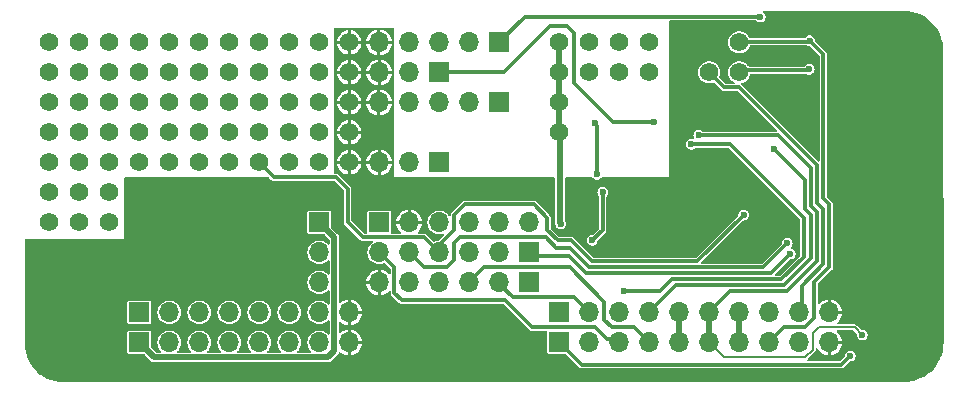
<source format=gbr>
%TF.GenerationSoftware,KiCad,Pcbnew,8.0.4*%
%TF.CreationDate,2024-10-15T16:48:48+08:00*%
%TF.ProjectId,ST-Link_3.0_devkit,53542d4c-696e-46b5-9f33-2e305f646576,rev?*%
%TF.SameCoordinates,Original*%
%TF.FileFunction,Copper,L2,Bot*%
%TF.FilePolarity,Positive*%
%FSLAX46Y46*%
G04 Gerber Fmt 4.6, Leading zero omitted, Abs format (unit mm)*
G04 Created by KiCad (PCBNEW 8.0.4) date 2024-10-15 16:48:48*
%MOMM*%
%LPD*%
G01*
G04 APERTURE LIST*
%TA.AperFunction,ComponentPad*%
%ADD10R,1.700000X1.700000*%
%TD*%
%TA.AperFunction,ComponentPad*%
%ADD11O,1.700000X1.700000*%
%TD*%
%TA.AperFunction,ComponentPad*%
%ADD12C,1.560000*%
%TD*%
%TA.AperFunction,ViaPad*%
%ADD13C,0.600000*%
%TD*%
%TA.AperFunction,Conductor*%
%ADD14C,0.300000*%
%TD*%
%TA.AperFunction,Conductor*%
%ADD15C,0.500000*%
%TD*%
%TA.AperFunction,Conductor*%
%ADD16C,0.200000*%
%TD*%
G04 APERTURE END LIST*
D10*
%TO.P,CON3,1,1*%
%TO.N,3V3*%
X146812000Y-104825800D03*
D11*
%TO.P,CON3,2,2*%
%TO.N,/SWCLK*%
X149352000Y-104825800D03*
%TO.P,CON3,3,3*%
%TO.N,/GND_DETECT*%
X151892000Y-104825800D03*
%TO.P,CON3,4,4*%
%TO.N,/SWDIO*%
X154432000Y-104825800D03*
%TO.P,CON3,5,5*%
%TO.N,/UART_TX*%
X156972000Y-104825800D03*
%TO.P,CON3,6,6*%
%TO.N,/UART_RX*%
X159512000Y-104825800D03*
%TO.P,CON3,7,7*%
%TO.N,/PC1*%
X162052000Y-104825800D03*
%TO.P,CON3,8,8*%
%TO.N,/PC0*%
X164592000Y-104825800D03*
%TO.P,CON3,9,9*%
%TO.N,/PB14*%
X167132000Y-104825800D03*
%TO.P,CON3,10,10*%
%TO.N,GND*%
X169672000Y-104825800D03*
%TD*%
%TO.P,CON1,8,8*%
%TO.N,GND*%
X129032000Y-104825800D03*
%TO.P,CON1,7,7*%
%TO.N,/PC3*%
X126492000Y-104825800D03*
%TO.P,CON1,6,6*%
%TO.N,/PB2*%
X123952000Y-104825800D03*
%TO.P,CON1,5,5*%
%TO.N,/SWO*%
X121412000Y-104825800D03*
%TO.P,CON1,4,4*%
%TO.N,/PA4*%
X118872000Y-104825800D03*
%TO.P,CON1,3,3*%
%TO.N,/PA6*%
X116332000Y-104825800D03*
%TO.P,CON1,2,2*%
%TO.N,/PA7*%
X113792000Y-104825800D03*
D10*
%TO.P,CON1,1,1*%
%TO.N,5V*%
X111252000Y-104825800D03*
%TD*%
%TO.P,CON2,1,1*%
%TO.N,5V*%
X111252000Y-102285800D03*
D11*
%TO.P,CON2,2,2*%
%TO.N,/PA7*%
X113792000Y-102285800D03*
%TO.P,CON2,3,3*%
%TO.N,/PA6*%
X116332000Y-102285800D03*
%TO.P,CON2,4,4*%
%TO.N,/PA4*%
X118872000Y-102285800D03*
%TO.P,CON2,5,5*%
%TO.N,/SWO*%
X121412000Y-102285800D03*
%TO.P,CON2,6,6*%
%TO.N,/PB2*%
X123952000Y-102285800D03*
%TO.P,CON2,7,7*%
%TO.N,/PC3*%
X126492000Y-102285800D03*
%TO.P,CON2,8,8*%
%TO.N,GND*%
X129032000Y-102285800D03*
%TD*%
D10*
%TO.P,CON13,1,1*%
%TO.N,3V3*%
X144272000Y-99745800D03*
D11*
%TO.P,CON13,2,2*%
%TO.N,/SWCLK*%
X141732000Y-99745800D03*
%TO.P,CON13,3,3*%
%TO.N,/SWDIO*%
X139192000Y-99745800D03*
%TO.P,CON13,4,4*%
%TO.N,/SWO*%
X136652000Y-99745800D03*
%TO.P,CON13,5,5*%
%TO.N,/NRST*%
X134112000Y-99745800D03*
%TO.P,CON13,6,6*%
%TO.N,GND*%
X131572000Y-99745800D03*
%TD*%
D10*
%TO.P,CON12,1,1*%
%TO.N,/VCP_TX*%
X136652000Y-81965800D03*
D11*
%TO.P,CON12,2,2*%
%TO.N,/VCP_RX*%
X134112000Y-81965800D03*
%TO.P,CON12,3,3*%
%TO.N,GND*%
X131572000Y-81965800D03*
%TD*%
D10*
%TO.P,CON11,1,1*%
%TO.N,3V3*%
X144272000Y-97205800D03*
D11*
%TO.P,CON11,2,2*%
%TO.N,/SWCLK*%
X141732000Y-97205800D03*
%TO.P,CON11,3,3*%
%TO.N,/SWDIO*%
X139192000Y-97205800D03*
%TO.P,CON11,4,4*%
%TO.N,/SWO*%
X136652000Y-97205800D03*
%TO.P,CON11,5,5*%
%TO.N,/T_NRST*%
X134112000Y-97205800D03*
%TO.P,CON11,6,6*%
%TO.N,/GND_DETECT*%
X131572000Y-97205800D03*
%TD*%
D10*
%TO.P,CON10,1,1*%
%TO.N,/I2C_SDA*%
X136652000Y-89585800D03*
D11*
%TO.P,CON10,2,2*%
%TO.N,/I2C_SCL*%
X134112000Y-89585800D03*
%TO.P,CON10,3,3*%
%TO.N,GND*%
X131572000Y-89585800D03*
%TD*%
D10*
%TO.P,CON9,1,1*%
%TO.N,/SPI_NSS*%
X141706600Y-84505800D03*
D11*
%TO.P,CON9,2,2*%
%TO.N,/SPI_CLK*%
X139166600Y-84505800D03*
%TO.P,CON9,3,3*%
%TO.N,/SPI_MOSI*%
X136626600Y-84505800D03*
%TO.P,CON9,4,4*%
%TO.N,/SPI_MISO*%
X134086600Y-84505800D03*
%TO.P,CON9,5,5*%
%TO.N,GND*%
X131546600Y-84505800D03*
%TD*%
D10*
%TO.P,CON8,1,1*%
%TO.N,Net-(CON6-Pad2)*%
X131572000Y-94665800D03*
D11*
%TO.P,CON8,2,2*%
%TO.N,GND*%
X134112000Y-94665800D03*
%TO.P,CON8,3,3*%
%TO.N,/GPIO3*%
X136652000Y-94665800D03*
%TO.P,CON8,4,4*%
%TO.N,/GPIO2*%
X139192000Y-94665800D03*
%TO.P,CON8,5,5*%
%TO.N,/GPIO1*%
X141732000Y-94665800D03*
%TO.P,CON8,6,6*%
%TO.N,/GPIO0*%
X144272000Y-94665800D03*
%TD*%
D10*
%TO.P,CON7,1,1*%
%TO.N,/UART_TX*%
X141706600Y-79425800D03*
D11*
%TO.P,CON7,2,2*%
%TO.N,/UART_RX*%
X139166600Y-79425800D03*
%TO.P,CON7,3,3*%
%TO.N,/UART_RTS*%
X136626600Y-79425800D03*
%TO.P,CON7,4,4*%
%TO.N,/UART_CTS*%
X134086600Y-79425800D03*
%TO.P,CON7,5,5*%
%TO.N,GND*%
X131546600Y-79425800D03*
%TD*%
D10*
%TO.P,CON6,1,1*%
%TO.N,5V*%
X126492000Y-94665800D03*
D11*
%TO.P,CON6,2,2*%
%TO.N,Net-(CON6-Pad2)*%
X126492000Y-97205800D03*
%TO.P,CON6,3,3*%
%TO.N,3V3*%
X126492000Y-99745800D03*
%TD*%
D10*
%TO.P,CON4,1,1*%
%TO.N,3V3*%
X146812000Y-102285800D03*
D11*
%TO.P,CON4,2,2*%
%TO.N,/SWCLK*%
X149352000Y-102285800D03*
%TO.P,CON4,3,3*%
%TO.N,/GND_DETECT*%
X151892000Y-102285800D03*
%TO.P,CON4,4,4*%
%TO.N,/SWDIO*%
X154432000Y-102285800D03*
%TO.P,CON4,5,5*%
%TO.N,/UART_TX*%
X156972000Y-102285800D03*
%TO.P,CON4,6,6*%
%TO.N,/UART_RX*%
X159512000Y-102285800D03*
%TO.P,CON4,7,7*%
%TO.N,/PC1*%
X162052000Y-102285800D03*
%TO.P,CON4,8,8*%
%TO.N,/PC0*%
X164592000Y-102285800D03*
%TO.P,CON4,9,9*%
%TO.N,/PB14*%
X167132000Y-102285800D03*
%TO.P,CON4,10,10*%
%TO.N,GND*%
X169672000Y-102285800D03*
%TD*%
D12*
%TO.P,,*%
%TO.N,*%
X103632000Y-89585800D03*
%TD*%
%TO.P,,*%
%TO.N,/PA7*%
X113792000Y-89585800D03*
%TD*%
%TO.P,,*%
%TO.N,*%
X108712000Y-89585800D03*
%TD*%
%TO.P,,*%
%TO.N,*%
X103632000Y-79425800D03*
%TD*%
%TO.P,,*%
%TO.N,*%
X103632000Y-87045800D03*
%TD*%
%TO.P,,*%
%TO.N,*%
X106172000Y-84505800D03*
%TD*%
%TO.P,,*%
%TO.N,*%
X108712000Y-87045800D03*
%TD*%
%TO.P,,*%
%TO.N,*%
X106172000Y-89585800D03*
%TD*%
%TO.P,,*%
%TO.N,*%
X106172000Y-81965800D03*
%TD*%
%TO.P,,*%
%TO.N,*%
X106172000Y-79425800D03*
%TD*%
%TO.P,,*%
%TO.N,*%
X103632000Y-81965800D03*
%TD*%
%TO.P,,*%
%TO.N,*%
X103632000Y-84505800D03*
%TD*%
%TO.P,,*%
%TO.N,*%
X106172000Y-87045800D03*
%TD*%
%TO.P,,2*%
%TO.N,/SWO*%
X121412000Y-89585800D03*
%TD*%
%TO.P,,2*%
%TO.N,/PC3*%
X126492000Y-89585800D03*
%TD*%
%TO.P,,*%
%TO.N,*%
X118872000Y-87045800D03*
%TD*%
%TO.P,,*%
%TO.N,*%
X118872000Y-81965800D03*
%TD*%
%TO.P,,*%
%TO.N,*%
X113792000Y-87045800D03*
%TD*%
%TO.P,,*%
%TO.N,*%
X121412000Y-84505800D03*
%TD*%
%TO.P,,*%
%TO.N,*%
X126492000Y-84505800D03*
%TD*%
%TO.P,,*%
%TO.N,*%
X126492000Y-81965800D03*
%TD*%
%TO.P,,*%
%TO.N,*%
X121412000Y-81965800D03*
%TD*%
%TO.P,,*%
%TO.N,*%
X123952000Y-81965800D03*
%TD*%
%TO.P,,2*%
%TO.N,/PB2*%
X123952000Y-89585800D03*
%TD*%
%TO.P,,*%
%TO.N,*%
X121412000Y-87045800D03*
%TD*%
%TO.P,,*%
%TO.N,*%
X123952000Y-87045800D03*
%TD*%
%TO.P,,*%
%TO.N,*%
X116332000Y-81965800D03*
%TD*%
%TO.P,,*%
%TO.N,*%
X113792000Y-81965800D03*
%TD*%
%TO.P,,*%
%TO.N,*%
X116332000Y-87045800D03*
%TD*%
%TO.P,,2*%
%TO.N,/PA4*%
X118872000Y-89585800D03*
%TD*%
%TO.P,,*%
%TO.N,*%
X126492000Y-87045800D03*
%TD*%
%TO.P,,*%
%TO.N,*%
X108712000Y-92125800D03*
%TD*%
%TO.P,,*%
%TO.N,*%
X103632000Y-94665800D03*
%TD*%
%TO.P,,*%
%TO.N,*%
X106172000Y-92125800D03*
%TD*%
%TO.P,,*%
%TO.N,*%
X103632000Y-92125800D03*
%TD*%
%TO.P,,2*%
%TO.N,/PA6*%
X116332000Y-89585800D03*
%TD*%
%TO.P,,*%
%TO.N,*%
X106172000Y-94665800D03*
%TD*%
%TO.P,,*%
%TO.N,*%
X108712000Y-94665800D03*
%TD*%
%TO.P,,2*%
%TO.N,5V*%
X111252000Y-89585800D03*
%TD*%
%TO.P,,*%
%TO.N,5V*%
X111252000Y-81965800D03*
%TD*%
%TO.P,,*%
%TO.N,*%
X118872000Y-84505800D03*
%TD*%
%TO.P,,*%
%TO.N,5V*%
X111252000Y-79425800D03*
%TD*%
%TO.P,,*%
%TO.N,*%
X113792000Y-84505800D03*
%TD*%
%TO.P,,*%
%TO.N,*%
X116332000Y-84505800D03*
%TD*%
%TO.P,,*%
%TO.N,GND*%
X129032000Y-81965800D03*
%TD*%
%TO.P,,*%
%TO.N,GND*%
X129032000Y-84505800D03*
%TD*%
%TO.P,,*%
%TO.N,*%
X113792000Y-79425800D03*
%TD*%
%TO.P,,*%
%TO.N,*%
X121412000Y-79425800D03*
%TD*%
%TO.P,,*%
%TO.N,*%
X118872000Y-79425800D03*
%TD*%
%TO.P,,*%
%TO.N,GND*%
X129032000Y-79425800D03*
%TD*%
%TO.P,,*%
%TO.N,5V*%
X111252000Y-84505800D03*
%TD*%
%TO.P,,*%
%TO.N,*%
X116332000Y-79425800D03*
%TD*%
%TO.P,,*%
%TO.N,*%
X123952000Y-84505800D03*
%TD*%
%TO.P,,*%
%TO.N,5V*%
X111252000Y-87045800D03*
%TD*%
%TO.P,,*%
%TO.N,*%
X126492000Y-79425800D03*
%TD*%
%TO.P,,*%
%TO.N,*%
X123952000Y-79425800D03*
%TD*%
%TO.P,,*%
%TO.N,*%
X108712000Y-79425800D03*
%TD*%
%TO.P,,*%
%TO.N,3V3*%
X146812000Y-84505800D03*
%TD*%
%TO.P,,*%
%TO.N,*%
X154432000Y-79425800D03*
%TD*%
%TO.P,,*%
%TO.N,*%
X154432000Y-81965800D03*
%TD*%
%TO.P,,*%
%TO.N,*%
X151892000Y-81965800D03*
%TD*%
%TO.P,,*%
%TO.N,3V3*%
X146812000Y-79425800D03*
%TD*%
%TO.P,,2*%
%TO.N,GND*%
X129032000Y-89585800D03*
%TD*%
%TO.P,,*%
%TO.N,*%
X149352000Y-81965800D03*
%TD*%
%TO.P,,*%
%TO.N,*%
X108712000Y-84505800D03*
%TD*%
%TO.P,,*%
%TO.N,/PC1*%
X162052000Y-81965800D03*
%TD*%
%TO.P,,*%
%TO.N,GND*%
X129032000Y-87045800D03*
%TD*%
%TO.P,,*%
%TO.N,*%
X149352000Y-79425800D03*
%TD*%
%TO.P,,*%
%TO.N,/PB14*%
X159512000Y-81965800D03*
%TD*%
%TO.P,,*%
%TO.N,*%
X151892000Y-79425800D03*
%TD*%
%TO.P,,*%
%TO.N,/PC0*%
X162052000Y-79425800D03*
%TD*%
%TO.P,,*%
%TO.N,*%
X108712000Y-81965800D03*
%TD*%
%TO.P,,*%
%TO.N,3V3*%
X146812000Y-81965800D03*
%TD*%
%TO.P,,*%
%TO.N,3V3*%
X146812000Y-87045800D03*
%TD*%
D13*
%TO.N,GND*%
X159893000Y-93776800D03*
X174117000Y-98475800D03*
X177927000Y-94538800D03*
X165481000Y-94665800D03*
X158242000Y-97078800D03*
X175273460Y-77625500D03*
X175895000Y-82981800D03*
X172339000Y-83235800D03*
X160528000Y-89966800D03*
X103886000Y-97205800D03*
X143510000Y-107746800D03*
X119761000Y-107619800D03*
X127254000Y-107619800D03*
X135509000Y-105333800D03*
X103759000Y-105333800D03*
X104394000Y-107746800D03*
X129794000Y-92379800D03*
X113030000Y-107746800D03*
X112776000Y-92506800D03*
X158236820Y-95255210D03*
X158091000Y-91260800D03*
%TO.N,/SWCLK*%
X157988000Y-88061800D03*
%TO.N,GND*%
X177014000Y-89228800D03*
X159893000Y-86029800D03*
%TO.N,/T_NRST*%
X166116000Y-96443800D03*
%TO.N,GND*%
X155424000Y-92784800D03*
X162663000Y-96721800D03*
X171807000Y-86053800D03*
%TO.N,/UART_RX*%
X158623000Y-87299800D03*
%TO.N,GND*%
X163703000Y-92887800D03*
%TO.N,3V3*%
X146939000Y-94792800D03*
%TO.N,/I2C_SCL*%
X149860000Y-86283800D03*
%TO.N,/PC0*%
X168003720Y-79286860D03*
%TO.N,/UART_TX*%
X163830000Y-77266800D03*
%TO.N,/SWDIO*%
X164973000Y-88442800D03*
%TO.N,/SWCLK*%
X152273000Y-100507800D03*
%TO.N,/SWO*%
X162433000Y-94030800D03*
%TO.N,/I2C_SDA*%
X149606000Y-96189800D03*
%TO.N,/VCP_TX*%
X154813000Y-86156800D03*
%TO.N,/I2C_SCL*%
X149987000Y-90601800D03*
%TO.N,GND*%
X120396000Y-92506800D03*
X122682000Y-92379800D03*
X117856000Y-92506800D03*
X115316000Y-92506800D03*
X124968000Y-92506800D03*
X167386000Y-86029800D03*
X172736560Y-96165550D03*
%TO.N,/I2C_SDA*%
X150495000Y-92125800D03*
%TO.N,GND*%
X138684000Y-91363800D03*
X140335000Y-102539800D03*
%TO.N,3V3*%
X171450000Y-105968800D03*
%TO.N,/UART_RX*%
X172466000Y-104190800D03*
%TO.N,3V3*%
X166370000Y-97332800D03*
%TO.N,/PC1*%
X167975180Y-81711800D03*
%TD*%
D14*
%TO.N,/GND_DETECT*%
X132842000Y-100634800D02*
X132842000Y-98475800D01*
%TO.N,/SWCLK*%
X167513000Y-97586800D02*
X167513000Y-94284800D01*
%TO.N,/SWDIO*%
X168148000Y-97713800D02*
X168148000Y-94030800D01*
X156718000Y-99999800D02*
X165862000Y-99999800D01*
%TO.N,/UART_RX*%
X159512000Y-102285800D02*
X161290000Y-100507800D01*
%TO.N,/PC1*%
X162052000Y-102285800D02*
X162052000Y-102158800D01*
%TO.N,/PB14*%
X167339000Y-102078800D02*
X167339000Y-100046800D01*
%TO.N,/UART_RX*%
X168656000Y-97967800D02*
X168656000Y-93776800D01*
%TO.N,/PB14*%
X159512000Y-81965800D02*
X160782000Y-83235800D01*
%TO.N,/PC0*%
X162121470Y-79356330D02*
X167934250Y-79356330D01*
X164592000Y-102285800D02*
X164846000Y-102285800D01*
%TO.N,/UART_TX*%
X141732000Y-79425800D02*
X143891000Y-77266800D01*
%TO.N,3V3*%
X147605260Y-97491060D02*
X149098000Y-98983800D01*
%TO.N,/SWDIO*%
X154432000Y-102285800D02*
X156718000Y-99999800D01*
%TO.N,/UART_TX*%
X143891000Y-77266800D02*
X163830000Y-77266800D01*
%TO.N,/SWCLK*%
X165608000Y-99491800D02*
X167513000Y-97586800D01*
%TO.N,/UART_RX*%
X161290000Y-100507800D02*
X166116000Y-100507800D01*
%TO.N,/SWDIO*%
X165862000Y-99999800D02*
X168148000Y-97713800D01*
%TO.N,/UART_RX*%
X166116000Y-100507800D02*
X168656000Y-97967800D01*
%TO.N,/PB14*%
X167132000Y-102285800D02*
X167339000Y-102078800D01*
%TO.N,/T_NRST*%
X147701000Y-96824800D02*
X149352000Y-98475800D01*
%TO.N,/SWCLK*%
X148082000Y-101015800D02*
X149352000Y-102285800D01*
%TO.N,/SWO*%
X147828000Y-96189800D02*
X149606000Y-97967800D01*
%TO.N,/T_NRST*%
X146558000Y-96824800D02*
X147701000Y-96824800D01*
%TO.N,/SWDIO*%
X150622000Y-102920800D02*
X151257000Y-103555800D01*
X151257000Y-103555800D02*
X153162000Y-103555800D01*
%TO.N,/SWCLK*%
X141732000Y-99872800D02*
X142875000Y-101015800D01*
X142875000Y-101015800D02*
X148082000Y-101015800D01*
D15*
%TO.N,3V3*%
X146812000Y-81965800D02*
X146812000Y-79425800D01*
D14*
%TO.N,/SWDIO*%
X147701000Y-98475800D02*
X150622000Y-101396800D01*
X140462000Y-98475800D02*
X147701000Y-98475800D01*
X150622000Y-102920800D02*
X150622000Y-101396800D01*
%TO.N,3V3*%
X144557260Y-97491060D02*
X147605260Y-97491060D01*
%TO.N,/T_NRST*%
X145655420Y-95922220D02*
X146558000Y-96824800D01*
%TO.N,/SWDIO*%
X139192000Y-99745800D02*
X140462000Y-98475800D01*
D15*
%TO.N,3V3*%
X146812000Y-84505800D02*
X146812000Y-81965800D01*
D14*
%TO.N,/T_NRST*%
X135382000Y-98475800D02*
X137287000Y-98475800D01*
%TO.N,/SWO*%
X137922000Y-94030800D02*
X138811000Y-93141800D01*
%TO.N,/GND_DETECT*%
X151618410Y-104552210D02*
X151892000Y-104825800D01*
X150856410Y-104552210D02*
X151618410Y-104552210D01*
%TO.N,/T_NRST*%
X137922000Y-97840800D02*
X137922000Y-96443800D01*
%TO.N,/SWDIO*%
X153162000Y-103555800D02*
X154432000Y-104825800D01*
%TO.N,/T_NRST*%
X137287000Y-98475800D02*
X137922000Y-97840800D01*
%TO.N,/SWO*%
X135378050Y-95931850D02*
X136652000Y-97205800D01*
D15*
%TO.N,/UART_RX*%
X159512000Y-104825800D02*
X159512000Y-102285800D01*
D14*
%TO.N,/SWCLK*%
X141732000Y-99872800D02*
X141732000Y-99745800D01*
%TO.N,/T_NRST*%
X134112000Y-97205800D02*
X135382000Y-98475800D01*
%TO.N,/GND_DETECT*%
X131572000Y-97205800D02*
X132842000Y-98475800D01*
%TO.N,/T_NRST*%
X137922000Y-96443800D02*
X138443580Y-95922220D01*
D15*
%TO.N,/PC1*%
X162052000Y-104825800D02*
X162052000Y-102285800D01*
D14*
%TO.N,/T_NRST*%
X138443580Y-95922220D02*
X145655420Y-95922220D01*
%TO.N,3V3*%
X144272000Y-97205800D02*
X144557260Y-97491060D01*
D15*
X146812000Y-87045800D02*
X146812000Y-84505800D01*
D14*
%TO.N,/SWO*%
X138811000Y-93141800D02*
X144653000Y-93141800D01*
D15*
%TO.N,/UART_TX*%
X156972000Y-104825800D02*
X156972000Y-102285800D01*
D14*
%TO.N,/SWCLK*%
X155321000Y-100507800D02*
X156337000Y-99491800D01*
%TO.N,/UART_RX*%
X168148000Y-93268800D02*
X168656000Y-93776800D01*
X168148000Y-93268800D02*
X168148000Y-90093800D01*
%TO.N,/SWO*%
X146685000Y-96189800D02*
X147828000Y-96189800D01*
%TO.N,/PB14*%
X168656000Y-93014800D02*
X169164000Y-93522800D01*
%TO.N,/SWO*%
X144653000Y-93141800D02*
X145796000Y-94284800D01*
%TO.N,/I2C_SDA*%
X149606000Y-96189800D02*
X150495000Y-95300800D01*
%TO.N,/SWO*%
X145796000Y-95300800D02*
X145796000Y-94284800D01*
%TO.N,/PB14*%
X162052000Y-83235800D02*
X168656000Y-89839800D01*
%TO.N,/SWCLK*%
X156337000Y-99491800D02*
X165608000Y-99491800D01*
X152273000Y-100507800D02*
X155321000Y-100507800D01*
D16*
%TO.N,/UART_RX*%
X159512000Y-104825800D02*
X160782000Y-106095800D01*
D14*
%TO.N,/PB14*%
X168656000Y-93014800D02*
X168656000Y-89839800D01*
%TO.N,/I2C_SDA*%
X150495000Y-95300800D02*
X150495000Y-92125800D01*
D16*
%TO.N,/UART_RX*%
X167640000Y-106095800D02*
X168275000Y-105460800D01*
D14*
%TO.N,/PC0*%
X169164000Y-86664800D02*
X169164000Y-80447140D01*
%TO.N,/SWCLK*%
X161290000Y-88061800D02*
X167513000Y-94284800D01*
%TO.N,/SWDIO*%
X167640000Y-93522800D02*
X167640000Y-91109800D01*
%TO.N,/SWO*%
X158496000Y-97967800D02*
X162433000Y-94030800D01*
D16*
%TO.N,/UART_RX*%
X160782000Y-106095800D02*
X167640000Y-106095800D01*
X168275000Y-105460800D02*
X168275000Y-104063800D01*
D14*
%TO.N,/PC0*%
X169164000Y-92633800D02*
X169164000Y-86664800D01*
%TO.N,/UART_RX*%
X165349760Y-87295560D02*
X168148000Y-90093800D01*
%TO.N,/PC0*%
X169164000Y-92633800D02*
X169672000Y-93141800D01*
%TO.N,/SWDIO*%
X164973000Y-88442800D02*
X167640000Y-91109800D01*
%TO.N,/SWO*%
X145796000Y-95300800D02*
X146685000Y-96189800D01*
%TO.N,/SWDIO*%
X167640000Y-93522800D02*
X168148000Y-94030800D01*
%TO.N,/SWCLK*%
X157988000Y-88061800D02*
X161290000Y-88061800D01*
%TO.N,/SWO*%
X149606000Y-97967800D02*
X158496000Y-97967800D01*
%TO.N,/PC0*%
X169672000Y-98475800D02*
X169672000Y-93141800D01*
%TO.N,/PB14*%
X160782000Y-83235800D02*
X162052000Y-83235800D01*
%TO.N,/VCP_TX*%
X142113000Y-81965800D02*
X146050000Y-78028800D01*
X146050000Y-78028800D02*
X147447000Y-78028800D01*
%TO.N,/PC0*%
X168003720Y-79286860D02*
X169164000Y-80447140D01*
%TO.N,/PB14*%
X167339000Y-100046800D02*
X169164000Y-98221800D01*
%TO.N,/GND_DETECT*%
X142240000Y-101269800D02*
X144526000Y-103555800D01*
X132842000Y-100634800D02*
X133477000Y-101269800D01*
%TO.N,/PC0*%
X164592000Y-104825800D02*
X165862000Y-103555800D01*
%TO.N,/VCP_TX*%
X148082000Y-82854800D02*
X151384000Y-86156800D01*
X148082000Y-82854800D02*
X148082000Y-78663800D01*
%TO.N,/UART_RX*%
X158623000Y-87299800D02*
X158627240Y-87295560D01*
%TO.N,/VCP_TX*%
X136652000Y-81965800D02*
X142113000Y-81965800D01*
%TO.N,/PC0*%
X168402000Y-102793800D02*
X168402000Y-99745800D01*
%TO.N,/UART_RX*%
X158627240Y-87295560D02*
X165349760Y-87295560D01*
%TO.N,/GND_DETECT*%
X133477000Y-101269800D02*
X142240000Y-101269800D01*
%TO.N,/PC0*%
X168402000Y-99745800D02*
X169672000Y-98475800D01*
%TO.N,/VCP_TX*%
X147447000Y-78028800D02*
X148082000Y-78663800D01*
X151384000Y-86156800D02*
X154813000Y-86156800D01*
%TO.N,/PB14*%
X169164000Y-98221800D02*
X169164000Y-93522800D01*
%TO.N,/PC0*%
X165862000Y-103555800D02*
X167640000Y-103555800D01*
%TO.N,/GND_DETECT*%
X144526000Y-103555800D02*
X149860000Y-103555800D01*
X149860000Y-103555800D02*
X150856410Y-104552210D01*
%TO.N,/T_NRST*%
X149352000Y-98475800D02*
X164084000Y-98475800D01*
X164084000Y-98475800D02*
X166116000Y-96443800D01*
%TO.N,/PC0*%
X167640000Y-103555800D02*
X168402000Y-102793800D01*
D15*
%TO.N,5V*%
X126492000Y-94665800D02*
X127762000Y-95935800D01*
D14*
%TO.N,/I2C_SCL*%
X149860000Y-86364980D02*
X149987000Y-86491980D01*
%TO.N,/SWO*%
X127889000Y-90855800D02*
X128905000Y-91871800D01*
X128905000Y-94665800D02*
X130171050Y-95931850D01*
X136893090Y-96329710D02*
X137922000Y-95300800D01*
D15*
%TO.N,5V*%
X112522000Y-106095800D02*
X127254000Y-106095800D01*
X127254000Y-106095800D02*
X127762000Y-105587800D01*
D14*
%TO.N,/I2C_SCL*%
X149860000Y-86364980D02*
X149860000Y-86283800D01*
X149987000Y-90601800D02*
X149987000Y-86491980D01*
%TO.N,/SWO*%
X122682000Y-90855800D02*
X127889000Y-90855800D01*
X121412000Y-89585800D02*
X122682000Y-90855800D01*
X137922000Y-95300800D02*
X137922000Y-94030800D01*
X136652000Y-97205800D02*
X136893090Y-96964710D01*
X136893090Y-96964710D02*
X136893090Y-96329710D01*
D15*
%TO.N,5V*%
X127762000Y-105587800D02*
X127762000Y-95935800D01*
D14*
%TO.N,/SWO*%
X130171050Y-95931850D02*
X135378050Y-95931850D01*
%TO.N,/PC1*%
X162327280Y-81769200D02*
X167917780Y-81769200D01*
D15*
%TO.N,5V*%
X111252000Y-104825800D02*
X112522000Y-106095800D01*
D14*
%TO.N,/PC1*%
X162130680Y-81965800D02*
X162327280Y-81769200D01*
%TO.N,/SWO*%
X128905000Y-94665800D02*
X128905000Y-91871800D01*
%TO.N,/PC1*%
X167917780Y-81769200D02*
X167975180Y-81711800D01*
%TO.N,3V3*%
X146812000Y-104825800D02*
X148717000Y-106730800D01*
D16*
%TO.N,/UART_RX*%
X168275000Y-104063800D02*
X168783000Y-103555800D01*
X171831000Y-103555800D02*
X172466000Y-104190800D01*
D14*
%TO.N,3V3*%
X148717000Y-106730800D02*
X170688000Y-106730800D01*
X170688000Y-106730800D02*
X171450000Y-105968800D01*
D15*
X146875500Y-94729300D02*
X146875500Y-87045800D01*
D14*
X149098000Y-98983800D02*
X164719000Y-98983800D01*
D16*
%TO.N,/UART_RX*%
X168783000Y-103555800D02*
X171831000Y-103555800D01*
D14*
%TO.N,3V3*%
X164719000Y-98983800D02*
X166370000Y-97332800D01*
%TD*%
%TA.AperFunction,Conductor*%
%TO.N,GND*%
G36*
X176023965Y-76751403D02*
G01*
X176364018Y-76769224D01*
X176371816Y-76770044D01*
X176706201Y-76823006D01*
X176713872Y-76824636D01*
X177040894Y-76912260D01*
X177048373Y-76914691D01*
X177364417Y-77036009D01*
X177371594Y-77039204D01*
X177565272Y-77137888D01*
X177673239Y-77192900D01*
X177680056Y-77196836D01*
X177963972Y-77381213D01*
X177970340Y-77385840D01*
X178230560Y-77596562D01*
X178233428Y-77598884D01*
X178239277Y-77604151D01*
X178478648Y-77843522D01*
X178483915Y-77849371D01*
X178696959Y-78112459D01*
X178701586Y-78118827D01*
X178885963Y-78402743D01*
X178889899Y-78409560D01*
X179043592Y-78711198D01*
X179046793Y-78718389D01*
X179168107Y-79034423D01*
X179170540Y-79041909D01*
X179258160Y-79368913D01*
X179259796Y-79376612D01*
X179312753Y-79710968D01*
X179313576Y-79718796D01*
X179331397Y-80058834D01*
X179331500Y-80062770D01*
X179331500Y-80130890D01*
X179331577Y-80132077D01*
X179358787Y-104826497D01*
X179358684Y-104830516D01*
X179340716Y-105173364D01*
X179339893Y-105181192D01*
X179286489Y-105518368D01*
X179284853Y-105526068D01*
X179196492Y-105855830D01*
X179194059Y-105863315D01*
X179071721Y-106182016D01*
X179068520Y-106189207D01*
X178913530Y-106493389D01*
X178909594Y-106500206D01*
X178723661Y-106786517D01*
X178719034Y-106792885D01*
X178504197Y-107058186D01*
X178498930Y-107064036D01*
X178257529Y-107305436D01*
X178251680Y-107310702D01*
X177986378Y-107525539D01*
X177980010Y-107530166D01*
X177693698Y-107716098D01*
X177686881Y-107720034D01*
X177382699Y-107875023D01*
X177375508Y-107878224D01*
X177056807Y-108000561D01*
X177049321Y-108002994D01*
X176719559Y-108091354D01*
X176711860Y-108092990D01*
X176374683Y-108146394D01*
X176366855Y-108147217D01*
X176023773Y-108165197D01*
X176019837Y-108165300D01*
X104776971Y-108165300D01*
X104773035Y-108165197D01*
X104443240Y-108147913D01*
X104435412Y-108147090D01*
X104111188Y-108095738D01*
X104103489Y-108094102D01*
X103786393Y-108009136D01*
X103778907Y-108006703D01*
X103472449Y-107889065D01*
X103465258Y-107885864D01*
X103172760Y-107736829D01*
X103165943Y-107732893D01*
X102890630Y-107554102D01*
X102884262Y-107549475D01*
X102629146Y-107342887D01*
X102623297Y-107337620D01*
X102391179Y-107105502D01*
X102385912Y-107099653D01*
X102179324Y-106844537D01*
X102174697Y-106838169D01*
X101995906Y-106562856D01*
X101991970Y-106556039D01*
X101904826Y-106385009D01*
X101842932Y-106263534D01*
X101839734Y-106256350D01*
X101833094Y-106239053D01*
X101722095Y-105949889D01*
X101719663Y-105942406D01*
X101715048Y-105925181D01*
X101634694Y-105625296D01*
X101633064Y-105617625D01*
X101581707Y-105293372D01*
X101580887Y-105285574D01*
X101563604Y-104955797D01*
X101563502Y-104951786D01*
X101563543Y-104917253D01*
X101564657Y-103960742D01*
X110249100Y-103960742D01*
X110249100Y-105690855D01*
X110249101Y-105690857D01*
X110257972Y-105735459D01*
X110291764Y-105786032D01*
X110291765Y-105786032D01*
X110291766Y-105786034D01*
X110342342Y-105819828D01*
X110386943Y-105828700D01*
X111653965Y-105828699D01*
X111702303Y-105846292D01*
X111707139Y-105850725D01*
X112196327Y-106339913D01*
X112196350Y-106339939D01*
X112274608Y-106418197D01*
X112274611Y-106418199D01*
X112274613Y-106418201D01*
X112366486Y-106471243D01*
X112388141Y-106477045D01*
X112468957Y-106498701D01*
X112579646Y-106498701D01*
X112579662Y-106498700D01*
X127196338Y-106498700D01*
X127196354Y-106498701D01*
X127200957Y-106498701D01*
X127307043Y-106498701D01*
X127387858Y-106477045D01*
X127401905Y-106473281D01*
X127409512Y-106471244D01*
X127409514Y-106471243D01*
X127409521Y-106471239D01*
X127501387Y-106418201D01*
X127576401Y-106343187D01*
X127576402Y-106343183D01*
X127581797Y-106337789D01*
X127581801Y-106337783D01*
X128003192Y-105916393D01*
X128003202Y-105916386D01*
X128084397Y-105835191D01*
X128084401Y-105835187D01*
X128137443Y-105743314D01*
X128143308Y-105721426D01*
X128156955Y-105670495D01*
X128186460Y-105628359D01*
X128236147Y-105615046D01*
X128280254Y-105634387D01*
X128363834Y-105710581D01*
X128363838Y-105710583D01*
X128537792Y-105818291D01*
X128728583Y-105892205D01*
X128904999Y-105925181D01*
X128905000Y-105925181D01*
X128905000Y-105309408D01*
X128966174Y-105325800D01*
X129097826Y-105325800D01*
X129159000Y-105309408D01*
X129159000Y-105925181D01*
X129335416Y-105892205D01*
X129526207Y-105818291D01*
X129700161Y-105710583D01*
X129700165Y-105710581D01*
X129851361Y-105572746D01*
X129851364Y-105572743D01*
X129974663Y-105409467D01*
X130065859Y-105226320D01*
X130065861Y-105226317D01*
X130121850Y-105029535D01*
X130121851Y-105029529D01*
X130128962Y-104952800D01*
X129515608Y-104952800D01*
X129532000Y-104891626D01*
X129532000Y-104759974D01*
X129515608Y-104698800D01*
X130128962Y-104698800D01*
X130121851Y-104622070D01*
X130121850Y-104622064D01*
X130065861Y-104425282D01*
X130065859Y-104425279D01*
X129974663Y-104242132D01*
X129851364Y-104078856D01*
X129851361Y-104078853D01*
X129700165Y-103941018D01*
X129700161Y-103941016D01*
X129526207Y-103833308D01*
X129335418Y-103759395D01*
X129335419Y-103759395D01*
X129159000Y-103726417D01*
X129159000Y-104342191D01*
X129097826Y-104325800D01*
X128966174Y-104325800D01*
X128905000Y-104342191D01*
X128905000Y-103726417D01*
X128728580Y-103759395D01*
X128537792Y-103833308D01*
X128363839Y-103941015D01*
X128290762Y-104007634D01*
X128243187Y-104027197D01*
X128194168Y-104011602D01*
X128166641Y-103968148D01*
X128164900Y-103952060D01*
X128164900Y-103159539D01*
X128182493Y-103111201D01*
X128227042Y-103085481D01*
X128277700Y-103094414D01*
X128290762Y-103103966D01*
X128363834Y-103170581D01*
X128363838Y-103170583D01*
X128537792Y-103278291D01*
X128728583Y-103352205D01*
X128904999Y-103385181D01*
X128905000Y-103385181D01*
X128905000Y-102769408D01*
X128966174Y-102785800D01*
X129097826Y-102785800D01*
X129159000Y-102769408D01*
X129159000Y-103385181D01*
X129335416Y-103352205D01*
X129526207Y-103278291D01*
X129700161Y-103170583D01*
X129700165Y-103170581D01*
X129851361Y-103032746D01*
X129851364Y-103032743D01*
X129974663Y-102869467D01*
X130065859Y-102686320D01*
X130065861Y-102686317D01*
X130121850Y-102489535D01*
X130121851Y-102489529D01*
X130128962Y-102412800D01*
X129515608Y-102412800D01*
X129532000Y-102351626D01*
X129532000Y-102219974D01*
X129515608Y-102158800D01*
X130128962Y-102158800D01*
X130121851Y-102082070D01*
X130121850Y-102082064D01*
X130065861Y-101885282D01*
X130065859Y-101885279D01*
X129974663Y-101702132D01*
X129851364Y-101538856D01*
X129851361Y-101538853D01*
X129700165Y-101401018D01*
X129700161Y-101401016D01*
X129526207Y-101293308D01*
X129335418Y-101219395D01*
X129335419Y-101219395D01*
X129159000Y-101186417D01*
X129159000Y-101802191D01*
X129097826Y-101785800D01*
X128966174Y-101785800D01*
X128905000Y-101802191D01*
X128905000Y-101186417D01*
X128728580Y-101219395D01*
X128537792Y-101293308D01*
X128363839Y-101401015D01*
X128290762Y-101467634D01*
X128243187Y-101487197D01*
X128194168Y-101471602D01*
X128166641Y-101428148D01*
X128164900Y-101412060D01*
X128164900Y-95994911D01*
X128164901Y-95994898D01*
X128164901Y-95882757D01*
X128143245Y-95801942D01*
X128143244Y-95801939D01*
X128137443Y-95780286D01*
X128084401Y-95688413D01*
X128084399Y-95688411D01*
X128084397Y-95688408D01*
X128006139Y-95610150D01*
X128006113Y-95610127D01*
X127516925Y-95120939D01*
X127495185Y-95074319D01*
X127494899Y-95067765D01*
X127494899Y-93800744D01*
X127494899Y-93800743D01*
X127486028Y-93756142D01*
X127471738Y-93734756D01*
X127452235Y-93705567D01*
X127452231Y-93705564D01*
X127401658Y-93671772D01*
X127401656Y-93671771D01*
X127357057Y-93662900D01*
X125626944Y-93662900D01*
X125626942Y-93662901D01*
X125582340Y-93671772D01*
X125531767Y-93705564D01*
X125497972Y-93756142D01*
X125497971Y-93756143D01*
X125489100Y-93800742D01*
X125489100Y-95530855D01*
X125489101Y-95530857D01*
X125497972Y-95575459D01*
X125531764Y-95626032D01*
X125531765Y-95626032D01*
X125531766Y-95626034D01*
X125582342Y-95659828D01*
X125626943Y-95668700D01*
X126893965Y-95668699D01*
X126942303Y-95686292D01*
X126947139Y-95690725D01*
X127337074Y-96080660D01*
X127358814Y-96127280D01*
X127359100Y-96133834D01*
X127359100Y-96471312D01*
X127341507Y-96519650D01*
X127296958Y-96545370D01*
X127246300Y-96536437D01*
X127225770Y-96519019D01*
X127204587Y-96493208D01*
X127051885Y-96367889D01*
X127051881Y-96367886D01*
X127051879Y-96367885D01*
X127051878Y-96367884D01*
X126952729Y-96314888D01*
X126877647Y-96274756D01*
X126877643Y-96274755D01*
X126688600Y-96217410D01*
X126492000Y-96198047D01*
X126295400Y-96217410D01*
X126295398Y-96217410D01*
X126106356Y-96274755D01*
X126106352Y-96274756D01*
X125932118Y-96367886D01*
X125932114Y-96367889D01*
X125779410Y-96493210D01*
X125654089Y-96645914D01*
X125654086Y-96645918D01*
X125560956Y-96820152D01*
X125560955Y-96820156D01*
X125503610Y-97009198D01*
X125503610Y-97009200D01*
X125484247Y-97205800D01*
X125503610Y-97402399D01*
X125503610Y-97402401D01*
X125560955Y-97591443D01*
X125560956Y-97591447D01*
X125601721Y-97667713D01*
X125645174Y-97749009D01*
X125654086Y-97765681D01*
X125654089Y-97765685D01*
X125779410Y-97918389D01*
X125932114Y-98043710D01*
X125932118Y-98043713D01*
X125932122Y-98043716D01*
X126102131Y-98134587D01*
X126106352Y-98136843D01*
X126106356Y-98136844D01*
X126119503Y-98140832D01*
X126295397Y-98194189D01*
X126492000Y-98213553D01*
X126688603Y-98194189D01*
X126877650Y-98136842D01*
X127051878Y-98043716D01*
X127204589Y-97918389D01*
X127208357Y-97913798D01*
X127225770Y-97892581D01*
X127270035Y-97866376D01*
X127320787Y-97874756D01*
X127354280Y-97913798D01*
X127359100Y-97940287D01*
X127359100Y-99011312D01*
X127341507Y-99059650D01*
X127296958Y-99085370D01*
X127246300Y-99076437D01*
X127225770Y-99059019D01*
X127204587Y-99033208D01*
X127051885Y-98907889D01*
X127051881Y-98907886D01*
X127051879Y-98907885D01*
X127051878Y-98907884D01*
X126917657Y-98836142D01*
X126877647Y-98814756D01*
X126877643Y-98814755D01*
X126688600Y-98757410D01*
X126492000Y-98738047D01*
X126295400Y-98757410D01*
X126295398Y-98757410D01*
X126106356Y-98814755D01*
X126106352Y-98814756D01*
X125932118Y-98907886D01*
X125932114Y-98907889D01*
X125779410Y-99033210D01*
X125654089Y-99185914D01*
X125654086Y-99185918D01*
X125560956Y-99360152D01*
X125560955Y-99360156D01*
X125503610Y-99549198D01*
X125503610Y-99549200D01*
X125484247Y-99745800D01*
X125503610Y-99942399D01*
X125503610Y-99942401D01*
X125560955Y-100131443D01*
X125560956Y-100131447D01*
X125607521Y-100218564D01*
X125652492Y-100302700D01*
X125654086Y-100305681D01*
X125654089Y-100305685D01*
X125779410Y-100458389D01*
X125932114Y-100583710D01*
X125932118Y-100583713D01*
X125932122Y-100583716D01*
X126106350Y-100676842D01*
X126106352Y-100676843D01*
X126106356Y-100676844D01*
X126114001Y-100679163D01*
X126295397Y-100734189D01*
X126492000Y-100753553D01*
X126688603Y-100734189D01*
X126877650Y-100676842D01*
X127051878Y-100583716D01*
X127204589Y-100458389D01*
X127208357Y-100453798D01*
X127225770Y-100432581D01*
X127270035Y-100406376D01*
X127320787Y-100414756D01*
X127354280Y-100453798D01*
X127359100Y-100480287D01*
X127359100Y-101551312D01*
X127341507Y-101599650D01*
X127296958Y-101625370D01*
X127246300Y-101616437D01*
X127225770Y-101599019D01*
X127204587Y-101573208D01*
X127051885Y-101447889D01*
X127051881Y-101447886D01*
X127051879Y-101447885D01*
X127051878Y-101447884D01*
X126917657Y-101376142D01*
X126877647Y-101354756D01*
X126877643Y-101354755D01*
X126688600Y-101297410D01*
X126492000Y-101278047D01*
X126295400Y-101297410D01*
X126295398Y-101297410D01*
X126106356Y-101354755D01*
X126106352Y-101354756D01*
X125932118Y-101447886D01*
X125932114Y-101447889D01*
X125779410Y-101573210D01*
X125654089Y-101725914D01*
X125654086Y-101725918D01*
X125560956Y-101900152D01*
X125560955Y-101900156D01*
X125503610Y-102089198D01*
X125503610Y-102089200D01*
X125484247Y-102285800D01*
X125503610Y-102482399D01*
X125503610Y-102482401D01*
X125560955Y-102671443D01*
X125560956Y-102671447D01*
X125654086Y-102845681D01*
X125654089Y-102845685D01*
X125779410Y-102998389D01*
X125932114Y-103123710D01*
X125932118Y-103123713D01*
X125932122Y-103123716D01*
X126102131Y-103214587D01*
X126106352Y-103216843D01*
X126106356Y-103216844D01*
X126109155Y-103217693D01*
X126295397Y-103274189D01*
X126492000Y-103293553D01*
X126688603Y-103274189D01*
X126877650Y-103216842D01*
X127051878Y-103123716D01*
X127204589Y-102998389D01*
X127219854Y-102979789D01*
X127225770Y-102972581D01*
X127270035Y-102946376D01*
X127320787Y-102954756D01*
X127354280Y-102993798D01*
X127359100Y-103020287D01*
X127359100Y-104091312D01*
X127341507Y-104139650D01*
X127296958Y-104165370D01*
X127246300Y-104156437D01*
X127225770Y-104139019D01*
X127204587Y-104113208D01*
X127051885Y-103987889D01*
X127051881Y-103987886D01*
X127051879Y-103987885D01*
X127051878Y-103987884D01*
X126948418Y-103932584D01*
X126877647Y-103894756D01*
X126877643Y-103894755D01*
X126688600Y-103837410D01*
X126492000Y-103818047D01*
X126295400Y-103837410D01*
X126295398Y-103837410D01*
X126106356Y-103894755D01*
X126106352Y-103894756D01*
X125932118Y-103987886D01*
X125932114Y-103987889D01*
X125779410Y-104113210D01*
X125654089Y-104265914D01*
X125654086Y-104265918D01*
X125560956Y-104440152D01*
X125560955Y-104440156D01*
X125503610Y-104629198D01*
X125503610Y-104629200D01*
X125484247Y-104825800D01*
X125503610Y-105022399D01*
X125503610Y-105022401D01*
X125560955Y-105211443D01*
X125560956Y-105211447D01*
X125604754Y-105293387D01*
X125645268Y-105369185D01*
X125654086Y-105385681D01*
X125654089Y-105385685D01*
X125779410Y-105538389D01*
X125805219Y-105559570D01*
X125831424Y-105603835D01*
X125823044Y-105654587D01*
X125784002Y-105688080D01*
X125757513Y-105692900D01*
X124686487Y-105692900D01*
X124638149Y-105675307D01*
X124612429Y-105630758D01*
X124621362Y-105580100D01*
X124638781Y-105559570D01*
X124664589Y-105538389D01*
X124754819Y-105428444D01*
X124789916Y-105385678D01*
X124883042Y-105211450D01*
X124940389Y-105022403D01*
X124959753Y-104825800D01*
X124940389Y-104629197D01*
X124883042Y-104440150D01*
X124789916Y-104265922D01*
X124789913Y-104265918D01*
X124789910Y-104265914D01*
X124664589Y-104113210D01*
X124511885Y-103987889D01*
X124511881Y-103987886D01*
X124511879Y-103987885D01*
X124511878Y-103987884D01*
X124408418Y-103932584D01*
X124337647Y-103894756D01*
X124337643Y-103894755D01*
X124148600Y-103837410D01*
X123952000Y-103818047D01*
X123755400Y-103837410D01*
X123755398Y-103837410D01*
X123566356Y-103894755D01*
X123566352Y-103894756D01*
X123392118Y-103987886D01*
X123392114Y-103987889D01*
X123239410Y-104113210D01*
X123114089Y-104265914D01*
X123114086Y-104265918D01*
X123020956Y-104440152D01*
X123020955Y-104440156D01*
X122963610Y-104629198D01*
X122963610Y-104629200D01*
X122944247Y-104825800D01*
X122963610Y-105022399D01*
X122963610Y-105022401D01*
X123020955Y-105211443D01*
X123020956Y-105211447D01*
X123064754Y-105293387D01*
X123105268Y-105369185D01*
X123114086Y-105385681D01*
X123114089Y-105385685D01*
X123239410Y-105538389D01*
X123265219Y-105559570D01*
X123291424Y-105603835D01*
X123283044Y-105654587D01*
X123244002Y-105688080D01*
X123217513Y-105692900D01*
X122146487Y-105692900D01*
X122098149Y-105675307D01*
X122072429Y-105630758D01*
X122081362Y-105580100D01*
X122098781Y-105559570D01*
X122124589Y-105538389D01*
X122214819Y-105428444D01*
X122249916Y-105385678D01*
X122343042Y-105211450D01*
X122400389Y-105022403D01*
X122419753Y-104825800D01*
X122400389Y-104629197D01*
X122343042Y-104440150D01*
X122249916Y-104265922D01*
X122249913Y-104265918D01*
X122249910Y-104265914D01*
X122124589Y-104113210D01*
X121971885Y-103987889D01*
X121971881Y-103987886D01*
X121971879Y-103987885D01*
X121971878Y-103987884D01*
X121868418Y-103932584D01*
X121797647Y-103894756D01*
X121797643Y-103894755D01*
X121608600Y-103837410D01*
X121412000Y-103818047D01*
X121215400Y-103837410D01*
X121215398Y-103837410D01*
X121026356Y-103894755D01*
X121026352Y-103894756D01*
X120852118Y-103987886D01*
X120852114Y-103987889D01*
X120699410Y-104113210D01*
X120574089Y-104265914D01*
X120574086Y-104265918D01*
X120480956Y-104440152D01*
X120480955Y-104440156D01*
X120423610Y-104629198D01*
X120423610Y-104629200D01*
X120404247Y-104825800D01*
X120423610Y-105022399D01*
X120423610Y-105022401D01*
X120480955Y-105211443D01*
X120480956Y-105211447D01*
X120524754Y-105293387D01*
X120565268Y-105369185D01*
X120574086Y-105385681D01*
X120574089Y-105385685D01*
X120699410Y-105538389D01*
X120725219Y-105559570D01*
X120751424Y-105603835D01*
X120743044Y-105654587D01*
X120704002Y-105688080D01*
X120677513Y-105692900D01*
X119606487Y-105692900D01*
X119558149Y-105675307D01*
X119532429Y-105630758D01*
X119541362Y-105580100D01*
X119558781Y-105559570D01*
X119584589Y-105538389D01*
X119674819Y-105428444D01*
X119709916Y-105385678D01*
X119803042Y-105211450D01*
X119860389Y-105022403D01*
X119879753Y-104825800D01*
X119860389Y-104629197D01*
X119803042Y-104440150D01*
X119709916Y-104265922D01*
X119709913Y-104265918D01*
X119709910Y-104265914D01*
X119584589Y-104113210D01*
X119431885Y-103987889D01*
X119431881Y-103987886D01*
X119431879Y-103987885D01*
X119431878Y-103987884D01*
X119328418Y-103932584D01*
X119257647Y-103894756D01*
X119257643Y-103894755D01*
X119068600Y-103837410D01*
X118872000Y-103818047D01*
X118675400Y-103837410D01*
X118675398Y-103837410D01*
X118486356Y-103894755D01*
X118486352Y-103894756D01*
X118312118Y-103987886D01*
X118312114Y-103987889D01*
X118159410Y-104113210D01*
X118034089Y-104265914D01*
X118034086Y-104265918D01*
X117940956Y-104440152D01*
X117940955Y-104440156D01*
X117883610Y-104629198D01*
X117883610Y-104629200D01*
X117864247Y-104825800D01*
X117883610Y-105022399D01*
X117883610Y-105022401D01*
X117940955Y-105211443D01*
X117940956Y-105211447D01*
X117984754Y-105293387D01*
X118025268Y-105369185D01*
X118034086Y-105385681D01*
X118034089Y-105385685D01*
X118159410Y-105538389D01*
X118185219Y-105559570D01*
X118211424Y-105603835D01*
X118203044Y-105654587D01*
X118164002Y-105688080D01*
X118137513Y-105692900D01*
X117066487Y-105692900D01*
X117018149Y-105675307D01*
X116992429Y-105630758D01*
X117001362Y-105580100D01*
X117018781Y-105559570D01*
X117044589Y-105538389D01*
X117134819Y-105428444D01*
X117169916Y-105385678D01*
X117263042Y-105211450D01*
X117320389Y-105022403D01*
X117339753Y-104825800D01*
X117320389Y-104629197D01*
X117263042Y-104440150D01*
X117169916Y-104265922D01*
X117169913Y-104265918D01*
X117169910Y-104265914D01*
X117044589Y-104113210D01*
X116891885Y-103987889D01*
X116891881Y-103987886D01*
X116891879Y-103987885D01*
X116891878Y-103987884D01*
X116788418Y-103932584D01*
X116717647Y-103894756D01*
X116717643Y-103894755D01*
X116528600Y-103837410D01*
X116332000Y-103818047D01*
X116135400Y-103837410D01*
X116135398Y-103837410D01*
X115946356Y-103894755D01*
X115946352Y-103894756D01*
X115772118Y-103987886D01*
X115772114Y-103987889D01*
X115619410Y-104113210D01*
X115494089Y-104265914D01*
X115494086Y-104265918D01*
X115400956Y-104440152D01*
X115400955Y-104440156D01*
X115343610Y-104629198D01*
X115343610Y-104629200D01*
X115324247Y-104825800D01*
X115343610Y-105022399D01*
X115343610Y-105022401D01*
X115400955Y-105211443D01*
X115400956Y-105211447D01*
X115444754Y-105293387D01*
X115485268Y-105369185D01*
X115494086Y-105385681D01*
X115494089Y-105385685D01*
X115619410Y-105538389D01*
X115645219Y-105559570D01*
X115671424Y-105603835D01*
X115663044Y-105654587D01*
X115624002Y-105688080D01*
X115597513Y-105692900D01*
X114526487Y-105692900D01*
X114478149Y-105675307D01*
X114452429Y-105630758D01*
X114461362Y-105580100D01*
X114478781Y-105559570D01*
X114504589Y-105538389D01*
X114594819Y-105428444D01*
X114629916Y-105385678D01*
X114723042Y-105211450D01*
X114780389Y-105022403D01*
X114799753Y-104825800D01*
X114780389Y-104629197D01*
X114723042Y-104440150D01*
X114629916Y-104265922D01*
X114629913Y-104265918D01*
X114629910Y-104265914D01*
X114504589Y-104113210D01*
X114351885Y-103987889D01*
X114351881Y-103987886D01*
X114351879Y-103987885D01*
X114351878Y-103987884D01*
X114248418Y-103932584D01*
X114177647Y-103894756D01*
X114177643Y-103894755D01*
X113988600Y-103837410D01*
X113792000Y-103818047D01*
X113595400Y-103837410D01*
X113595398Y-103837410D01*
X113406356Y-103894755D01*
X113406352Y-103894756D01*
X113232118Y-103987886D01*
X113232114Y-103987889D01*
X113079410Y-104113210D01*
X112954089Y-104265914D01*
X112954086Y-104265918D01*
X112860956Y-104440152D01*
X112860955Y-104440156D01*
X112803610Y-104629198D01*
X112803610Y-104629200D01*
X112784247Y-104825800D01*
X112803610Y-105022399D01*
X112803610Y-105022401D01*
X112860955Y-105211443D01*
X112860956Y-105211447D01*
X112904754Y-105293387D01*
X112945268Y-105369185D01*
X112954086Y-105385681D01*
X112954089Y-105385685D01*
X113079410Y-105538389D01*
X113105219Y-105559570D01*
X113131424Y-105603835D01*
X113123044Y-105654587D01*
X113084002Y-105688080D01*
X113057513Y-105692900D01*
X112720034Y-105692900D01*
X112671696Y-105675307D01*
X112666860Y-105670874D01*
X112276925Y-105280939D01*
X112255185Y-105234319D01*
X112254899Y-105227765D01*
X112254899Y-103960744D01*
X112254899Y-103960743D01*
X112246028Y-103916142D01*
X112240081Y-103907242D01*
X112212235Y-103865567D01*
X112212231Y-103865564D01*
X112161658Y-103831772D01*
X112161656Y-103831771D01*
X112117057Y-103822900D01*
X110386944Y-103822900D01*
X110386942Y-103822901D01*
X110342340Y-103831772D01*
X110291767Y-103865564D01*
X110257972Y-103916142D01*
X110257971Y-103916143D01*
X110249100Y-103960742D01*
X101564657Y-103960742D01*
X101567616Y-101420742D01*
X110249100Y-101420742D01*
X110249100Y-103150855D01*
X110249101Y-103150857D01*
X110257972Y-103195459D01*
X110291764Y-103246032D01*
X110291765Y-103246032D01*
X110291766Y-103246034D01*
X110342342Y-103279828D01*
X110386943Y-103288700D01*
X112117056Y-103288699D01*
X112161658Y-103279828D01*
X112212234Y-103246034D01*
X112246028Y-103195458D01*
X112254900Y-103150857D01*
X112254899Y-102285800D01*
X112784247Y-102285800D01*
X112803610Y-102482399D01*
X112803610Y-102482401D01*
X112860955Y-102671443D01*
X112860956Y-102671447D01*
X112954086Y-102845681D01*
X112954089Y-102845685D01*
X113079410Y-102998389D01*
X113232114Y-103123710D01*
X113232118Y-103123713D01*
X113232122Y-103123716D01*
X113402131Y-103214587D01*
X113406352Y-103216843D01*
X113406356Y-103216844D01*
X113409155Y-103217693D01*
X113595397Y-103274189D01*
X113792000Y-103293553D01*
X113988603Y-103274189D01*
X114177650Y-103216842D01*
X114351878Y-103123716D01*
X114504589Y-102998389D01*
X114629916Y-102845678D01*
X114723042Y-102671450D01*
X114780389Y-102482403D01*
X114799753Y-102285800D01*
X115324247Y-102285800D01*
X115343610Y-102482399D01*
X115343610Y-102482401D01*
X115400955Y-102671443D01*
X115400956Y-102671447D01*
X115494086Y-102845681D01*
X115494089Y-102845685D01*
X115619410Y-102998389D01*
X115772114Y-103123710D01*
X115772118Y-103123713D01*
X115772122Y-103123716D01*
X115942131Y-103214587D01*
X115946352Y-103216843D01*
X115946356Y-103216844D01*
X115949155Y-103217693D01*
X116135397Y-103274189D01*
X116332000Y-103293553D01*
X116528603Y-103274189D01*
X116717650Y-103216842D01*
X116891878Y-103123716D01*
X117044589Y-102998389D01*
X117169916Y-102845678D01*
X117263042Y-102671450D01*
X117320389Y-102482403D01*
X117339753Y-102285800D01*
X117864247Y-102285800D01*
X117883610Y-102482399D01*
X117883610Y-102482401D01*
X117940955Y-102671443D01*
X117940956Y-102671447D01*
X118034086Y-102845681D01*
X118034089Y-102845685D01*
X118159410Y-102998389D01*
X118312114Y-103123710D01*
X118312118Y-103123713D01*
X118312122Y-103123716D01*
X118482131Y-103214587D01*
X118486352Y-103216843D01*
X118486356Y-103216844D01*
X118489155Y-103217693D01*
X118675397Y-103274189D01*
X118872000Y-103293553D01*
X119068603Y-103274189D01*
X119257650Y-103216842D01*
X119431878Y-103123716D01*
X119584589Y-102998389D01*
X119709916Y-102845678D01*
X119803042Y-102671450D01*
X119860389Y-102482403D01*
X119879753Y-102285800D01*
X120404247Y-102285800D01*
X120423610Y-102482399D01*
X120423610Y-102482401D01*
X120480955Y-102671443D01*
X120480956Y-102671447D01*
X120574086Y-102845681D01*
X120574089Y-102845685D01*
X120699410Y-102998389D01*
X120852114Y-103123710D01*
X120852118Y-103123713D01*
X120852122Y-103123716D01*
X121022131Y-103214587D01*
X121026352Y-103216843D01*
X121026356Y-103216844D01*
X121029155Y-103217693D01*
X121215397Y-103274189D01*
X121412000Y-103293553D01*
X121608603Y-103274189D01*
X121797650Y-103216842D01*
X121971878Y-103123716D01*
X122124589Y-102998389D01*
X122249916Y-102845678D01*
X122343042Y-102671450D01*
X122400389Y-102482403D01*
X122419753Y-102285800D01*
X122944247Y-102285800D01*
X122963610Y-102482399D01*
X122963610Y-102482401D01*
X123020955Y-102671443D01*
X123020956Y-102671447D01*
X123114086Y-102845681D01*
X123114089Y-102845685D01*
X123239410Y-102998389D01*
X123392114Y-103123710D01*
X123392118Y-103123713D01*
X123392122Y-103123716D01*
X123562131Y-103214587D01*
X123566352Y-103216843D01*
X123566356Y-103216844D01*
X123569155Y-103217693D01*
X123755397Y-103274189D01*
X123952000Y-103293553D01*
X124148603Y-103274189D01*
X124337650Y-103216842D01*
X124511878Y-103123716D01*
X124664589Y-102998389D01*
X124789916Y-102845678D01*
X124883042Y-102671450D01*
X124940389Y-102482403D01*
X124959753Y-102285800D01*
X124940389Y-102089197D01*
X124883042Y-101900150D01*
X124789916Y-101725922D01*
X124789913Y-101725918D01*
X124789910Y-101725914D01*
X124664589Y-101573210D01*
X124511885Y-101447889D01*
X124511881Y-101447886D01*
X124511879Y-101447885D01*
X124511878Y-101447884D01*
X124377657Y-101376142D01*
X124337647Y-101354756D01*
X124337643Y-101354755D01*
X124148600Y-101297410D01*
X123952000Y-101278047D01*
X123755400Y-101297410D01*
X123755398Y-101297410D01*
X123566356Y-101354755D01*
X123566352Y-101354756D01*
X123392118Y-101447886D01*
X123392114Y-101447889D01*
X123239410Y-101573210D01*
X123114089Y-101725914D01*
X123114086Y-101725918D01*
X123020956Y-101900152D01*
X123020955Y-101900156D01*
X122963610Y-102089198D01*
X122963610Y-102089200D01*
X122944247Y-102285800D01*
X122419753Y-102285800D01*
X122400389Y-102089197D01*
X122343042Y-101900150D01*
X122249916Y-101725922D01*
X122249913Y-101725918D01*
X122249910Y-101725914D01*
X122124589Y-101573210D01*
X121971885Y-101447889D01*
X121971881Y-101447886D01*
X121971879Y-101447885D01*
X121971878Y-101447884D01*
X121837657Y-101376142D01*
X121797647Y-101354756D01*
X121797643Y-101354755D01*
X121608600Y-101297410D01*
X121412000Y-101278047D01*
X121215400Y-101297410D01*
X121215398Y-101297410D01*
X121026356Y-101354755D01*
X121026352Y-101354756D01*
X120852118Y-101447886D01*
X120852114Y-101447889D01*
X120699410Y-101573210D01*
X120574089Y-101725914D01*
X120574086Y-101725918D01*
X120480956Y-101900152D01*
X120480955Y-101900156D01*
X120423610Y-102089198D01*
X120423610Y-102089200D01*
X120404247Y-102285800D01*
X119879753Y-102285800D01*
X119860389Y-102089197D01*
X119803042Y-101900150D01*
X119709916Y-101725922D01*
X119709913Y-101725918D01*
X119709910Y-101725914D01*
X119584589Y-101573210D01*
X119431885Y-101447889D01*
X119431881Y-101447886D01*
X119431879Y-101447885D01*
X119431878Y-101447884D01*
X119297657Y-101376142D01*
X119257647Y-101354756D01*
X119257643Y-101354755D01*
X119068600Y-101297410D01*
X118872000Y-101278047D01*
X118675400Y-101297410D01*
X118675398Y-101297410D01*
X118486356Y-101354755D01*
X118486352Y-101354756D01*
X118312118Y-101447886D01*
X118312114Y-101447889D01*
X118159410Y-101573210D01*
X118034089Y-101725914D01*
X118034086Y-101725918D01*
X117940956Y-101900152D01*
X117940955Y-101900156D01*
X117883610Y-102089198D01*
X117883610Y-102089200D01*
X117864247Y-102285800D01*
X117339753Y-102285800D01*
X117320389Y-102089197D01*
X117263042Y-101900150D01*
X117169916Y-101725922D01*
X117169913Y-101725918D01*
X117169910Y-101725914D01*
X117044589Y-101573210D01*
X116891885Y-101447889D01*
X116891881Y-101447886D01*
X116891879Y-101447885D01*
X116891878Y-101447884D01*
X116757657Y-101376142D01*
X116717647Y-101354756D01*
X116717643Y-101354755D01*
X116528600Y-101297410D01*
X116332000Y-101278047D01*
X116135400Y-101297410D01*
X116135398Y-101297410D01*
X115946356Y-101354755D01*
X115946352Y-101354756D01*
X115772118Y-101447886D01*
X115772114Y-101447889D01*
X115619410Y-101573210D01*
X115494089Y-101725914D01*
X115494086Y-101725918D01*
X115400956Y-101900152D01*
X115400955Y-101900156D01*
X115343610Y-102089198D01*
X115343610Y-102089200D01*
X115324247Y-102285800D01*
X114799753Y-102285800D01*
X114780389Y-102089197D01*
X114723042Y-101900150D01*
X114629916Y-101725922D01*
X114629913Y-101725918D01*
X114629910Y-101725914D01*
X114504589Y-101573210D01*
X114351885Y-101447889D01*
X114351881Y-101447886D01*
X114351879Y-101447885D01*
X114351878Y-101447884D01*
X114217657Y-101376142D01*
X114177647Y-101354756D01*
X114177643Y-101354755D01*
X113988600Y-101297410D01*
X113792000Y-101278047D01*
X113595400Y-101297410D01*
X113595398Y-101297410D01*
X113406356Y-101354755D01*
X113406352Y-101354756D01*
X113232118Y-101447886D01*
X113232114Y-101447889D01*
X113079410Y-101573210D01*
X112954089Y-101725914D01*
X112954086Y-101725918D01*
X112860956Y-101900152D01*
X112860955Y-101900156D01*
X112803610Y-102089198D01*
X112803610Y-102089200D01*
X112784247Y-102285800D01*
X112254899Y-102285800D01*
X112254899Y-101420744D01*
X112246028Y-101376142D01*
X112231738Y-101354756D01*
X112212235Y-101325567D01*
X112212231Y-101325564D01*
X112161658Y-101291772D01*
X112161656Y-101291771D01*
X112117057Y-101282900D01*
X110386944Y-101282900D01*
X110386942Y-101282901D01*
X110342340Y-101291772D01*
X110291767Y-101325564D01*
X110257972Y-101376142D01*
X110257971Y-101376143D01*
X110249100Y-101420742D01*
X101567616Y-101420742D01*
X101573770Y-96137911D01*
X101591420Y-96089595D01*
X101635998Y-96063927D01*
X101648970Y-96062800D01*
X109982000Y-96062800D01*
X109982000Y-90931000D01*
X109999593Y-90882662D01*
X110044142Y-90856942D01*
X110057200Y-90855800D01*
X122222487Y-90855800D01*
X122270825Y-90873393D01*
X122275661Y-90877826D01*
X122436982Y-91039147D01*
X122437003Y-91039170D01*
X122496010Y-91098177D01*
X122496013Y-91098179D01*
X122496015Y-91098181D01*
X122526469Y-91115763D01*
X122565082Y-91138057D01*
X122565084Y-91138057D01*
X122565085Y-91138058D01*
X122642122Y-91158700D01*
X122721878Y-91158700D01*
X127732386Y-91158700D01*
X127780724Y-91176293D01*
X127785560Y-91180726D01*
X128580074Y-91975240D01*
X128601814Y-92021860D01*
X128602100Y-92028414D01*
X128602100Y-94621302D01*
X128602099Y-94621320D01*
X128602099Y-94705678D01*
X128622740Y-94782713D01*
X128662618Y-94851783D01*
X128662622Y-94851789D01*
X129928669Y-96117835D01*
X129985065Y-96174231D01*
X130012032Y-96189800D01*
X130054132Y-96214107D01*
X130054134Y-96214107D01*
X130054135Y-96214108D01*
X130131172Y-96234750D01*
X130964176Y-96234750D01*
X131012514Y-96252343D01*
X131038234Y-96296892D01*
X131029301Y-96347550D01*
X131011882Y-96368080D01*
X130859410Y-96493210D01*
X130734089Y-96645914D01*
X130734086Y-96645918D01*
X130640956Y-96820152D01*
X130640955Y-96820156D01*
X130583610Y-97009198D01*
X130583610Y-97009200D01*
X130564247Y-97205800D01*
X130583610Y-97402399D01*
X130583610Y-97402401D01*
X130640955Y-97591443D01*
X130640956Y-97591447D01*
X130681721Y-97667713D01*
X130725174Y-97749009D01*
X130734086Y-97765681D01*
X130734089Y-97765685D01*
X130859410Y-97918389D01*
X131012114Y-98043710D01*
X131012118Y-98043713D01*
X131012122Y-98043716D01*
X131182131Y-98134587D01*
X131186352Y-98136843D01*
X131186356Y-98136844D01*
X131199503Y-98140832D01*
X131375397Y-98194189D01*
X131572000Y-98213553D01*
X131768603Y-98194189D01*
X131957650Y-98136842D01*
X131984726Y-98122368D01*
X132035649Y-98115098D01*
X132073350Y-98135515D01*
X132517074Y-98579239D01*
X132538814Y-98625859D01*
X132539100Y-98632413D01*
X132539100Y-98970124D01*
X132521507Y-99018462D01*
X132476958Y-99044182D01*
X132426300Y-99035249D01*
X132403889Y-99015442D01*
X132391364Y-98998856D01*
X132391361Y-98998853D01*
X132240165Y-98861018D01*
X132240161Y-98861016D01*
X132066207Y-98753308D01*
X131875418Y-98679395D01*
X131875419Y-98679395D01*
X131699000Y-98646417D01*
X131699000Y-99262191D01*
X131637826Y-99245800D01*
X131506174Y-99245800D01*
X131445000Y-99262191D01*
X131445000Y-98646417D01*
X131268580Y-98679395D01*
X131077792Y-98753308D01*
X130903838Y-98861016D01*
X130903834Y-98861018D01*
X130752638Y-98998853D01*
X130752635Y-98998856D01*
X130629336Y-99162132D01*
X130538140Y-99345279D01*
X130538138Y-99345282D01*
X130482149Y-99542064D01*
X130482148Y-99542070D01*
X130475038Y-99618800D01*
X131088392Y-99618800D01*
X131072000Y-99679974D01*
X131072000Y-99811626D01*
X131088392Y-99872800D01*
X130475038Y-99872800D01*
X130482148Y-99949529D01*
X130482149Y-99949535D01*
X130538138Y-100146317D01*
X130538140Y-100146320D01*
X130629336Y-100329467D01*
X130752635Y-100492743D01*
X130752638Y-100492746D01*
X130903834Y-100630581D01*
X130903838Y-100630583D01*
X131077792Y-100738291D01*
X131268583Y-100812205D01*
X131444999Y-100845181D01*
X131445000Y-100845181D01*
X131445000Y-100229408D01*
X131506174Y-100245800D01*
X131637826Y-100245800D01*
X131699000Y-100229408D01*
X131699000Y-100845181D01*
X131875416Y-100812205D01*
X132066207Y-100738291D01*
X132240161Y-100630583D01*
X132240165Y-100630581D01*
X132391361Y-100492746D01*
X132391362Y-100492745D01*
X132403888Y-100476158D01*
X132447057Y-100448185D01*
X132498107Y-100454506D01*
X132533151Y-100492161D01*
X132539100Y-100521475D01*
X132539100Y-100590302D01*
X132539099Y-100590320D01*
X132539099Y-100674678D01*
X132559740Y-100751713D01*
X132593449Y-100810099D01*
X132599619Y-100820785D01*
X133231992Y-101453157D01*
X133232013Y-101453180D01*
X133291010Y-101512177D01*
X133291013Y-101512179D01*
X133291015Y-101512181D01*
X133331059Y-101535300D01*
X133360086Y-101552059D01*
X133437121Y-101572701D01*
X133437122Y-101572701D01*
X133521481Y-101572701D01*
X133521497Y-101572700D01*
X142083386Y-101572700D01*
X142131724Y-101590293D01*
X142136560Y-101594726D01*
X144283618Y-103741784D01*
X144283619Y-103741785D01*
X144340015Y-103798181D01*
X144358235Y-103808700D01*
X144409082Y-103838057D01*
X144409084Y-103838057D01*
X144409085Y-103838058D01*
X144486122Y-103858700D01*
X145737766Y-103858700D01*
X145786104Y-103876293D01*
X145811824Y-103920842D01*
X145811521Y-103948572D01*
X145809100Y-103960742D01*
X145809100Y-105690855D01*
X145809101Y-105690857D01*
X145817972Y-105735459D01*
X145851764Y-105786032D01*
X145851765Y-105786032D01*
X145851766Y-105786034D01*
X145902342Y-105819828D01*
X145946943Y-105828700D01*
X147355385Y-105828699D01*
X147403723Y-105846292D01*
X147408559Y-105850725D01*
X148531010Y-106973177D01*
X148531013Y-106973179D01*
X148531015Y-106973181D01*
X148570893Y-106996204D01*
X148600086Y-107013059D01*
X148677121Y-107033701D01*
X148677122Y-107033701D01*
X148761481Y-107033701D01*
X148761497Y-107033700D01*
X170643503Y-107033700D01*
X170643519Y-107033701D01*
X170648122Y-107033701D01*
X170727879Y-107033701D01*
X170804913Y-107013059D01*
X170817467Y-107005811D01*
X170873985Y-106973181D01*
X171403439Y-106443725D01*
X171450059Y-106421986D01*
X171456613Y-106421700D01*
X171515117Y-106421700D01*
X171640073Y-106385009D01*
X171640073Y-106385008D01*
X171640076Y-106385008D01*
X171741740Y-106319673D01*
X171749633Y-106314601D01*
X171749633Y-106314600D01*
X171749636Y-106314599D01*
X171834921Y-106216174D01*
X171889023Y-106097709D01*
X171907557Y-105968800D01*
X171889023Y-105839891D01*
X171886128Y-105833553D01*
X171834921Y-105721426D01*
X171834919Y-105721423D01*
X171756357Y-105630758D01*
X171749636Y-105623001D01*
X171749635Y-105623000D01*
X171749633Y-105622998D01*
X171640073Y-105552590D01*
X171515117Y-105515900D01*
X171384883Y-105515900D01*
X171259926Y-105552590D01*
X171150366Y-105622998D01*
X171065080Y-105721423D01*
X171065078Y-105721426D01*
X171010977Y-105839888D01*
X170991678Y-105974123D01*
X170989887Y-105973865D01*
X170974850Y-106015181D01*
X170970417Y-106020017D01*
X170584560Y-106405874D01*
X170537940Y-106427614D01*
X170531386Y-106427900D01*
X167847105Y-106427900D01*
X167798767Y-106410307D01*
X167773047Y-106365758D01*
X167781980Y-106315100D01*
X167793931Y-106299526D01*
X167861620Y-106231836D01*
X167861629Y-106231823D01*
X168418255Y-105675199D01*
X168418257Y-105675199D01*
X168489399Y-105604057D01*
X168494511Y-105591714D01*
X168501742Y-105574260D01*
X168511404Y-105550930D01*
X168527901Y-105511105D01*
X168527901Y-105410495D01*
X168527901Y-105404440D01*
X168527900Y-105404426D01*
X168527900Y-105324658D01*
X168545493Y-105276320D01*
X168590042Y-105250600D01*
X168640700Y-105259533D01*
X168670416Y-105291139D01*
X168729336Y-105409467D01*
X168852635Y-105572743D01*
X168852638Y-105572746D01*
X169003834Y-105710581D01*
X169003838Y-105710583D01*
X169177792Y-105818291D01*
X169368583Y-105892205D01*
X169544999Y-105925181D01*
X169545000Y-105925181D01*
X169545000Y-105309408D01*
X169606174Y-105325800D01*
X169737826Y-105325800D01*
X169799000Y-105309408D01*
X169799000Y-105925181D01*
X169975416Y-105892205D01*
X170166207Y-105818291D01*
X170340161Y-105710583D01*
X170340165Y-105710581D01*
X170491361Y-105572746D01*
X170491364Y-105572743D01*
X170614663Y-105409467D01*
X170705859Y-105226320D01*
X170705861Y-105226317D01*
X170761850Y-105029535D01*
X170761851Y-105029529D01*
X170768962Y-104952800D01*
X170155608Y-104952800D01*
X170172000Y-104891626D01*
X170172000Y-104759974D01*
X170155608Y-104698800D01*
X170768962Y-104698800D01*
X170761851Y-104622070D01*
X170761850Y-104622064D01*
X170705861Y-104425282D01*
X170705859Y-104425279D01*
X170614663Y-104242132D01*
X170491364Y-104078856D01*
X170491361Y-104078853D01*
X170338470Y-103939473D01*
X170314601Y-103893907D01*
X170325606Y-103843658D01*
X170366335Y-103812239D01*
X170389132Y-103808700D01*
X171695098Y-103808700D01*
X171743436Y-103826293D01*
X171748272Y-103830726D01*
X171994383Y-104076837D01*
X172016123Y-104123457D01*
X172015644Y-104140712D01*
X172008443Y-104190799D01*
X172026977Y-104319711D01*
X172081078Y-104438173D01*
X172081080Y-104438176D01*
X172166366Y-104536601D01*
X172275926Y-104607009D01*
X172400883Y-104643700D01*
X172531117Y-104643700D01*
X172656073Y-104607009D01*
X172656073Y-104607008D01*
X172656076Y-104607008D01*
X172765636Y-104536599D01*
X172850921Y-104438174D01*
X172905023Y-104319709D01*
X172923557Y-104190800D01*
X172905023Y-104061891D01*
X172882056Y-104011602D01*
X172850921Y-103943426D01*
X172850919Y-103943423D01*
X172783456Y-103865567D01*
X172765636Y-103845001D01*
X172765635Y-103845000D01*
X172765633Y-103844998D01*
X172656073Y-103774590D01*
X172531117Y-103737900D01*
X172401904Y-103737900D01*
X172353566Y-103720307D01*
X172348730Y-103715875D01*
X172051594Y-103418740D01*
X172051583Y-103418726D01*
X171974258Y-103341401D01*
X171919806Y-103318847D01*
X171906702Y-103313419D01*
X171881305Y-103302899D01*
X171780695Y-103302899D01*
X171771943Y-103302899D01*
X171771935Y-103302900D01*
X170389132Y-103302900D01*
X170340794Y-103285307D01*
X170315074Y-103240758D01*
X170324007Y-103190100D01*
X170338470Y-103172127D01*
X170491361Y-103032746D01*
X170491364Y-103032743D01*
X170614663Y-102869467D01*
X170705859Y-102686320D01*
X170705861Y-102686317D01*
X170761850Y-102489535D01*
X170761851Y-102489529D01*
X170768962Y-102412800D01*
X170155608Y-102412800D01*
X170172000Y-102351626D01*
X170172000Y-102219974D01*
X170155608Y-102158800D01*
X170768962Y-102158800D01*
X170761851Y-102082070D01*
X170761850Y-102082064D01*
X170705861Y-101885282D01*
X170705859Y-101885279D01*
X170614663Y-101702132D01*
X170491364Y-101538856D01*
X170491361Y-101538853D01*
X170340165Y-101401018D01*
X170340161Y-101401016D01*
X170166207Y-101293308D01*
X169975418Y-101219395D01*
X169975419Y-101219395D01*
X169799000Y-101186417D01*
X169799000Y-101802191D01*
X169737826Y-101785800D01*
X169606174Y-101785800D01*
X169545000Y-101802191D01*
X169545000Y-101186417D01*
X169368580Y-101219395D01*
X169177792Y-101293308D01*
X169003838Y-101401016D01*
X169003834Y-101401018D01*
X168852638Y-101538853D01*
X168852635Y-101538856D01*
X168840111Y-101555442D01*
X168796941Y-101583414D01*
X168745891Y-101577093D01*
X168710848Y-101539436D01*
X168704900Y-101510124D01*
X168704900Y-99902412D01*
X168722493Y-99854074D01*
X168726915Y-99849249D01*
X169851790Y-98724373D01*
X169851800Y-98724366D01*
X169914377Y-98661789D01*
X169914381Y-98661785D01*
X169954258Y-98592715D01*
X169974900Y-98515678D01*
X169974900Y-93101922D01*
X169954258Y-93024885D01*
X169954258Y-93024884D01*
X169925412Y-92974922D01*
X169914381Y-92955815D01*
X169914379Y-92955813D01*
X169914377Y-92955810D01*
X169855380Y-92896813D01*
X169855357Y-92896792D01*
X169488924Y-92530358D01*
X169467186Y-92483740D01*
X169466900Y-92477186D01*
X169466900Y-80493086D01*
X169466901Y-80493073D01*
X169466901Y-80407261D01*
X169446260Y-80330232D01*
X169446259Y-80330231D01*
X169446258Y-80330225D01*
X169423529Y-80290857D01*
X169406381Y-80261155D01*
X169406379Y-80261153D01*
X169406377Y-80261150D01*
X169347370Y-80202143D01*
X169347347Y-80202122D01*
X168483303Y-79338077D01*
X168461563Y-79291457D01*
X168461399Y-79287717D01*
X168461276Y-79286864D01*
X168461277Y-79286860D01*
X168442743Y-79157951D01*
X168388641Y-79039486D01*
X168388639Y-79039483D01*
X168303353Y-78941058D01*
X168193793Y-78870650D01*
X168068837Y-78833960D01*
X167938603Y-78833960D01*
X167813646Y-78870650D01*
X167704086Y-78941058D01*
X167629205Y-79027476D01*
X167584254Y-79052485D01*
X167572373Y-79053430D01*
X162957649Y-79053430D01*
X162909311Y-79035837D01*
X162892524Y-79015830D01*
X162810889Y-78874434D01*
X162679673Y-78728703D01*
X162679672Y-78728702D01*
X162679671Y-78728701D01*
X162573903Y-78651856D01*
X162521019Y-78613433D01*
X162341873Y-78533673D01*
X162341871Y-78533672D01*
X162341870Y-78533672D01*
X162150052Y-78492900D01*
X161953948Y-78492900D01*
X161762130Y-78533672D01*
X161762129Y-78533672D01*
X161762126Y-78533673D01*
X161582979Y-78613434D01*
X161424330Y-78728698D01*
X161293110Y-78874434D01*
X161195059Y-79044262D01*
X161195056Y-79044269D01*
X161134459Y-79230769D01*
X161134459Y-79230770D01*
X161113961Y-79425799D01*
X161113961Y-79425800D01*
X161134459Y-79620829D01*
X161134459Y-79620830D01*
X161195056Y-79807330D01*
X161195059Y-79807337D01*
X161293110Y-79977165D01*
X161366645Y-80058834D01*
X161424329Y-80122899D01*
X161582980Y-80238166D01*
X161762130Y-80317928D01*
X161953948Y-80358700D01*
X161953950Y-80358700D01*
X162150050Y-80358700D01*
X162150052Y-80358700D01*
X162341870Y-80317928D01*
X162521020Y-80238166D01*
X162679671Y-80122899D01*
X162810889Y-79977165D01*
X162860218Y-79891725D01*
X162908940Y-79807337D01*
X162908941Y-79807335D01*
X162933157Y-79732807D01*
X162940180Y-79711191D01*
X162971849Y-79670657D01*
X163011699Y-79659230D01*
X167723350Y-79659230D01*
X167764003Y-79671166D01*
X167813644Y-79703068D01*
X167938603Y-79739760D01*
X167997106Y-79739760D01*
X168045444Y-79757353D01*
X168050280Y-79761786D01*
X168839074Y-80550579D01*
X168860814Y-80597199D01*
X168861100Y-80603753D01*
X168861100Y-89434986D01*
X168843507Y-89483324D01*
X168798958Y-89509044D01*
X168748300Y-89500111D01*
X168732726Y-89488160D01*
X162242391Y-82997824D01*
X162220651Y-82951204D01*
X162233965Y-82901517D01*
X162276102Y-82872012D01*
X162279904Y-82871099D01*
X162341870Y-82857928D01*
X162521020Y-82778166D01*
X162679671Y-82662899D01*
X162810889Y-82517165D01*
X162860218Y-82431725D01*
X162908940Y-82347337D01*
X162908943Y-82347330D01*
X162968283Y-82164700D01*
X162969541Y-82160829D01*
X162971789Y-82139439D01*
X162994339Y-82093206D01*
X163041331Y-82072283D01*
X163046577Y-82072100D01*
X167676027Y-82072100D01*
X167716682Y-82084037D01*
X167785106Y-82128009D01*
X167910063Y-82164700D01*
X168040297Y-82164700D01*
X168165253Y-82128009D01*
X168165253Y-82128008D01*
X168165256Y-82128008D01*
X168274816Y-82057599D01*
X168360101Y-81959174D01*
X168414203Y-81840709D01*
X168432737Y-81711800D01*
X168414203Y-81582891D01*
X168412951Y-81580150D01*
X168360101Y-81464426D01*
X168360099Y-81464423D01*
X168308970Y-81405418D01*
X168274816Y-81366001D01*
X168274815Y-81366000D01*
X168274813Y-81365998D01*
X168165253Y-81295590D01*
X168040297Y-81258900D01*
X167910063Y-81258900D01*
X167785106Y-81295590D01*
X167675546Y-81365998D01*
X167611124Y-81440346D01*
X167566174Y-81465355D01*
X167554292Y-81466300D01*
X162884250Y-81466300D01*
X162835912Y-81448707D01*
X162819124Y-81428699D01*
X162810889Y-81414435D01*
X162745280Y-81341568D01*
X162679673Y-81268703D01*
X162679672Y-81268702D01*
X162679671Y-81268701D01*
X162521020Y-81153434D01*
X162521019Y-81153433D01*
X162341873Y-81073673D01*
X162341871Y-81073672D01*
X162341870Y-81073672D01*
X162150052Y-81032900D01*
X161953948Y-81032900D01*
X161762130Y-81073672D01*
X161762129Y-81073672D01*
X161762126Y-81073673D01*
X161582979Y-81153434D01*
X161424330Y-81268698D01*
X161293110Y-81414434D01*
X161195059Y-81584262D01*
X161195056Y-81584269D01*
X161134459Y-81770769D01*
X161134459Y-81770770D01*
X161113961Y-81965799D01*
X161113961Y-81965800D01*
X161134459Y-82160829D01*
X161134459Y-82160830D01*
X161195056Y-82347330D01*
X161195059Y-82347337D01*
X161293110Y-82517165D01*
X161424326Y-82662896D01*
X161424329Y-82662899D01*
X161582980Y-82778166D01*
X161606784Y-82788764D01*
X161607316Y-82789001D01*
X161644318Y-82824735D01*
X161649695Y-82875893D01*
X161620930Y-82918538D01*
X161576729Y-82932900D01*
X160938613Y-82932900D01*
X160890275Y-82915307D01*
X160885439Y-82910874D01*
X160389990Y-82415425D01*
X160368250Y-82368805D01*
X160371645Y-82339013D01*
X160375909Y-82325890D01*
X160429541Y-82160829D01*
X160450039Y-81965800D01*
X160449342Y-81959173D01*
X160443812Y-81906556D01*
X160429541Y-81770771D01*
X160403132Y-81689494D01*
X160368943Y-81584269D01*
X160368940Y-81584262D01*
X160270889Y-81414434D01*
X160139673Y-81268703D01*
X160139672Y-81268702D01*
X160139671Y-81268701D01*
X159981020Y-81153434D01*
X159981019Y-81153433D01*
X159801873Y-81073673D01*
X159801871Y-81073672D01*
X159801870Y-81073672D01*
X159610052Y-81032900D01*
X159413948Y-81032900D01*
X159222130Y-81073672D01*
X159222129Y-81073672D01*
X159222126Y-81073673D01*
X159042979Y-81153434D01*
X158884330Y-81268698D01*
X158753110Y-81414434D01*
X158655059Y-81584262D01*
X158655056Y-81584269D01*
X158594459Y-81770769D01*
X158594459Y-81770770D01*
X158573961Y-81965799D01*
X158573961Y-81965800D01*
X158594459Y-82160829D01*
X158594459Y-82160830D01*
X158655056Y-82347330D01*
X158655059Y-82347337D01*
X158753110Y-82517165D01*
X158884326Y-82662896D01*
X158884329Y-82662899D01*
X159042980Y-82778166D01*
X159222130Y-82857928D01*
X159413948Y-82898700D01*
X159413950Y-82898700D01*
X159610050Y-82898700D01*
X159610052Y-82898700D01*
X159801870Y-82857928D01*
X159801874Y-82857926D01*
X159801875Y-82857926D01*
X159874977Y-82825379D01*
X159926292Y-82821790D01*
X159958738Y-82840903D01*
X160536982Y-83419147D01*
X160537003Y-83419170D01*
X160596010Y-83478177D01*
X160596013Y-83478179D01*
X160596015Y-83478181D01*
X160626469Y-83495763D01*
X160665082Y-83518057D01*
X160665084Y-83518057D01*
X160665085Y-83518058D01*
X160742122Y-83538700D01*
X161895386Y-83538700D01*
X161943724Y-83556293D01*
X161948560Y-83560726D01*
X163640580Y-85252746D01*
X165252121Y-86864286D01*
X165273861Y-86910906D01*
X165260547Y-86960593D01*
X165218410Y-86990098D01*
X165198947Y-86992660D01*
X158990477Y-86992660D01*
X158942139Y-86975067D01*
X158933646Y-86966707D01*
X158922634Y-86953999D01*
X158813073Y-86883590D01*
X158688117Y-86846900D01*
X158557883Y-86846900D01*
X158432926Y-86883590D01*
X158323366Y-86953998D01*
X158238080Y-87052423D01*
X158238078Y-87052426D01*
X158183977Y-87170888D01*
X158165443Y-87299800D01*
X158183977Y-87428711D01*
X158230872Y-87531393D01*
X158234949Y-87582671D01*
X158205111Y-87624573D01*
X158155320Y-87637493D01*
X158141282Y-87634787D01*
X158053117Y-87608900D01*
X157922883Y-87608900D01*
X157797926Y-87645590D01*
X157688366Y-87715998D01*
X157603080Y-87814423D01*
X157603078Y-87814426D01*
X157548977Y-87932888D01*
X157530443Y-88061800D01*
X157548977Y-88190711D01*
X157603078Y-88309173D01*
X157603080Y-88309176D01*
X157688366Y-88407601D01*
X157797926Y-88478009D01*
X157922883Y-88514700D01*
X158053117Y-88514700D01*
X158178073Y-88478009D01*
X158178073Y-88478008D01*
X158178076Y-88478008D01*
X158287636Y-88407599D01*
X158302318Y-88390653D01*
X158347267Y-88365645D01*
X158359150Y-88364700D01*
X161133386Y-88364700D01*
X161181724Y-88382293D01*
X161186560Y-88386726D01*
X167188074Y-94388240D01*
X167209814Y-94434860D01*
X167210100Y-94441414D01*
X167210100Y-97430186D01*
X167192507Y-97478524D01*
X167188074Y-97483360D01*
X165504560Y-99166874D01*
X165457940Y-99188614D01*
X165451386Y-99188900D01*
X165123814Y-99188900D01*
X165075476Y-99171307D01*
X165049756Y-99126758D01*
X165058689Y-99076100D01*
X165070640Y-99060526D01*
X166323439Y-97807726D01*
X166370059Y-97785986D01*
X166376613Y-97785700D01*
X166435117Y-97785700D01*
X166560073Y-97749009D01*
X166560073Y-97749008D01*
X166560076Y-97749008D01*
X166669636Y-97678599D01*
X166754921Y-97580174D01*
X166809023Y-97461709D01*
X166827557Y-97332800D01*
X166809023Y-97203891D01*
X166803737Y-97192317D01*
X166754921Y-97085426D01*
X166754919Y-97085423D01*
X166688871Y-97009200D01*
X166669636Y-96987001D01*
X166669635Y-96987000D01*
X166669633Y-96986998D01*
X166560074Y-96916591D01*
X166469483Y-96889991D01*
X166428061Y-96859492D01*
X166415933Y-96809502D01*
X166433836Y-96768594D01*
X166500921Y-96691174D01*
X166555023Y-96572709D01*
X166573557Y-96443800D01*
X166555023Y-96314891D01*
X166546460Y-96296142D01*
X166500921Y-96196426D01*
X166500919Y-96196423D01*
X166432822Y-96117835D01*
X166415636Y-96098001D01*
X166415635Y-96098000D01*
X166415633Y-96097998D01*
X166306073Y-96027590D01*
X166181117Y-95990900D01*
X166050883Y-95990900D01*
X165925926Y-96027590D01*
X165816366Y-96097998D01*
X165731080Y-96196423D01*
X165731078Y-96196426D01*
X165676977Y-96314888D01*
X165669357Y-96367889D01*
X165659396Y-96437176D01*
X165657678Y-96449123D01*
X165655886Y-96448865D01*
X165640850Y-96490180D01*
X165636417Y-96495016D01*
X163980560Y-98150874D01*
X163933940Y-98172614D01*
X163927386Y-98172900D01*
X158900814Y-98172900D01*
X158852476Y-98155307D01*
X158826756Y-98110758D01*
X158835689Y-98060100D01*
X158847640Y-98044526D01*
X162386439Y-94505726D01*
X162433059Y-94483986D01*
X162439613Y-94483700D01*
X162498117Y-94483700D01*
X162623073Y-94447009D01*
X162623073Y-94447008D01*
X162623076Y-94447008D01*
X162732636Y-94376599D01*
X162817921Y-94278174D01*
X162872023Y-94159709D01*
X162890557Y-94030800D01*
X162872023Y-93901891D01*
X162845957Y-93844816D01*
X162817921Y-93783426D01*
X162817919Y-93783423D01*
X162750456Y-93705567D01*
X162732636Y-93685001D01*
X162732635Y-93685000D01*
X162732633Y-93684998D01*
X162623073Y-93614590D01*
X162498117Y-93577900D01*
X162367883Y-93577900D01*
X162242926Y-93614590D01*
X162133366Y-93684998D01*
X162048080Y-93783423D01*
X162048078Y-93783426D01*
X161993977Y-93901888D01*
X161986598Y-93953211D01*
X161981177Y-93990922D01*
X161974678Y-94036123D01*
X161972887Y-94035865D01*
X161957850Y-94077181D01*
X161953417Y-94082017D01*
X158392560Y-97642874D01*
X158345940Y-97664614D01*
X158339386Y-97664900D01*
X149762613Y-97664900D01*
X149714275Y-97647307D01*
X149709439Y-97642874D01*
X148256367Y-96189800D01*
X149148443Y-96189800D01*
X149166977Y-96318711D01*
X149221078Y-96437173D01*
X149221080Y-96437176D01*
X149269192Y-96492700D01*
X149291997Y-96519019D01*
X149306366Y-96535601D01*
X149415926Y-96606009D01*
X149540883Y-96642700D01*
X149671117Y-96642700D01*
X149796073Y-96606009D01*
X149796073Y-96606008D01*
X149796076Y-96606008D01*
X149905636Y-96535599D01*
X149990921Y-96437174D01*
X150045023Y-96318709D01*
X150063557Y-96189800D01*
X150063556Y-96189798D01*
X150064322Y-96184476D01*
X150066112Y-96184733D01*
X150081150Y-96143418D01*
X150085571Y-96138593D01*
X150737381Y-95486785D01*
X150777258Y-95417715D01*
X150778591Y-95412743D01*
X150797901Y-95340678D01*
X150797901Y-95256320D01*
X150797900Y-95256302D01*
X150797900Y-92495880D01*
X150815493Y-92447542D01*
X150816268Y-92446634D01*
X150879919Y-92373176D01*
X150879921Y-92373174D01*
X150934023Y-92254709D01*
X150952557Y-92125800D01*
X150934023Y-91996891D01*
X150879921Y-91878426D01*
X150879919Y-91878423D01*
X150794633Y-91779998D01*
X150685073Y-91709590D01*
X150560117Y-91672900D01*
X150429883Y-91672900D01*
X150304926Y-91709590D01*
X150195366Y-91779998D01*
X150110080Y-91878423D01*
X150110078Y-91878426D01*
X150055977Y-91996888D01*
X150037443Y-92125800D01*
X150055977Y-92254711D01*
X150110078Y-92373173D01*
X150110080Y-92373176D01*
X150173732Y-92446634D01*
X150192091Y-92494687D01*
X150192100Y-92495880D01*
X150192100Y-95144186D01*
X150174507Y-95192524D01*
X150170074Y-95197360D01*
X149652560Y-95714874D01*
X149605940Y-95736614D01*
X149599386Y-95736900D01*
X149540883Y-95736900D01*
X149415926Y-95773590D01*
X149306366Y-95843998D01*
X149221080Y-95942423D01*
X149221078Y-95942426D01*
X149166977Y-96060888D01*
X149148443Y-96189800D01*
X148256367Y-96189800D01*
X148013989Y-95947422D01*
X148013983Y-95947418D01*
X148005331Y-95942423D01*
X148003299Y-95941249D01*
X147944913Y-95907540D01*
X147867879Y-95886899D01*
X147867878Y-95886899D01*
X147788122Y-95886899D01*
X147783519Y-95886899D01*
X147783503Y-95886900D01*
X146841614Y-95886900D01*
X146793276Y-95869307D01*
X146788440Y-95864874D01*
X146120926Y-95197360D01*
X146099186Y-95150740D01*
X146098900Y-95144186D01*
X146098900Y-94244924D01*
X146098900Y-94244922D01*
X146078258Y-94167885D01*
X146078257Y-94167884D01*
X146078257Y-94167882D01*
X146042484Y-94105922D01*
X146038381Y-94098815D01*
X145981985Y-94042419D01*
X145417868Y-93478302D01*
X144838989Y-92899422D01*
X144838983Y-92899418D01*
X144838981Y-92899417D01*
X144821517Y-92889334D01*
X144769913Y-92859540D01*
X144692879Y-92838899D01*
X144692878Y-92838899D01*
X144613122Y-92838899D01*
X144608519Y-92838899D01*
X144608503Y-92838900D01*
X138855497Y-92838900D01*
X138855481Y-92838899D01*
X138850878Y-92838899D01*
X138771122Y-92838899D01*
X138771121Y-92838899D01*
X138694086Y-92859540D01*
X138625016Y-92899418D01*
X138625010Y-92899422D01*
X137679622Y-93844810D01*
X137679618Y-93844816D01*
X137639740Y-93913886D01*
X137619099Y-93990921D01*
X137619099Y-94053161D01*
X137601506Y-94101499D01*
X137556957Y-94127219D01*
X137506299Y-94118286D01*
X137485769Y-94100868D01*
X137416358Y-94016291D01*
X137364589Y-93953211D01*
X137364587Y-93953209D01*
X137364586Y-93953208D01*
X137211885Y-93827889D01*
X137211881Y-93827886D01*
X137211879Y-93827885D01*
X137211878Y-93827884D01*
X137077657Y-93756142D01*
X137037647Y-93734756D01*
X137037643Y-93734755D01*
X136848600Y-93677410D01*
X136652000Y-93658047D01*
X136455400Y-93677410D01*
X136455398Y-93677410D01*
X136266356Y-93734755D01*
X136266352Y-93734756D01*
X136092118Y-93827886D01*
X136092114Y-93827889D01*
X135939410Y-93953210D01*
X135814089Y-94105914D01*
X135814086Y-94105918D01*
X135720956Y-94280152D01*
X135720955Y-94280156D01*
X135663610Y-94469198D01*
X135663610Y-94469200D01*
X135644247Y-94665800D01*
X135663610Y-94862399D01*
X135663610Y-94862401D01*
X135720955Y-95051443D01*
X135720956Y-95051447D01*
X135767521Y-95138564D01*
X135807474Y-95213312D01*
X135814086Y-95225681D01*
X135814089Y-95225685D01*
X135939410Y-95378389D01*
X136092114Y-95503710D01*
X136092118Y-95503713D01*
X136092122Y-95503716D01*
X136210160Y-95566808D01*
X136266352Y-95596843D01*
X136266356Y-95596844D01*
X136299586Y-95606924D01*
X136455397Y-95654189D01*
X136652000Y-95673553D01*
X136848603Y-95654189D01*
X136979950Y-95614345D01*
X137031311Y-95617149D01*
X137068855Y-95652313D01*
X137075013Y-95703383D01*
X137054951Y-95739481D01*
X136650708Y-96143724D01*
X136636690Y-96168005D01*
X136597284Y-96201070D01*
X136578936Y-96205243D01*
X136455400Y-96217410D01*
X136455398Y-96217410D01*
X136266355Y-96274755D01*
X136239270Y-96289232D01*
X136188346Y-96296500D01*
X136150650Y-96276085D01*
X135564035Y-95689469D01*
X135547355Y-95679839D01*
X135494963Y-95649590D01*
X135417929Y-95628949D01*
X135417928Y-95628949D01*
X135338172Y-95628949D01*
X135333569Y-95628949D01*
X135333553Y-95628950D01*
X134888312Y-95628950D01*
X134839974Y-95611357D01*
X134814254Y-95566808D01*
X134823187Y-95516150D01*
X134837650Y-95498177D01*
X134931361Y-95412746D01*
X134931364Y-95412743D01*
X135054663Y-95249467D01*
X135145859Y-95066320D01*
X135145861Y-95066317D01*
X135201850Y-94869535D01*
X135201851Y-94869529D01*
X135208962Y-94792800D01*
X134595608Y-94792800D01*
X134612000Y-94731626D01*
X134612000Y-94599974D01*
X134595608Y-94538800D01*
X135208962Y-94538800D01*
X135201851Y-94462070D01*
X135201850Y-94462064D01*
X135145861Y-94265282D01*
X135145859Y-94265279D01*
X135054663Y-94082132D01*
X134931364Y-93918856D01*
X134931361Y-93918853D01*
X134780165Y-93781018D01*
X134780161Y-93781016D01*
X134606207Y-93673308D01*
X134415418Y-93599395D01*
X134415419Y-93599395D01*
X134239000Y-93566417D01*
X134239000Y-94182191D01*
X134177826Y-94165800D01*
X134046174Y-94165800D01*
X133985000Y-94182191D01*
X133985000Y-93566417D01*
X133808580Y-93599395D01*
X133617792Y-93673308D01*
X133443838Y-93781016D01*
X133443834Y-93781018D01*
X133292638Y-93918853D01*
X133292635Y-93918856D01*
X133169336Y-94082132D01*
X133078140Y-94265279D01*
X133078138Y-94265282D01*
X133022149Y-94462064D01*
X133022148Y-94462070D01*
X133015038Y-94538800D01*
X133628392Y-94538800D01*
X133612000Y-94599974D01*
X133612000Y-94731626D01*
X133628392Y-94792800D01*
X133015038Y-94792800D01*
X133022148Y-94869529D01*
X133022149Y-94869535D01*
X133078138Y-95066317D01*
X133078140Y-95066320D01*
X133169336Y-95249467D01*
X133292635Y-95412743D01*
X133292638Y-95412746D01*
X133386350Y-95498177D01*
X133410219Y-95543744D01*
X133399214Y-95593992D01*
X133358485Y-95625411D01*
X133335688Y-95628950D01*
X132647020Y-95628950D01*
X132598682Y-95611357D01*
X132572962Y-95566808D01*
X132573265Y-95539080D01*
X132574151Y-95534621D01*
X132574900Y-95530857D01*
X132574899Y-93800744D01*
X132566028Y-93756142D01*
X132551738Y-93734756D01*
X132532235Y-93705567D01*
X132532231Y-93705564D01*
X132481658Y-93671772D01*
X132481656Y-93671771D01*
X132437057Y-93662900D01*
X130706944Y-93662900D01*
X130706942Y-93662901D01*
X130662340Y-93671772D01*
X130611767Y-93705564D01*
X130577972Y-93756142D01*
X130577971Y-93756143D01*
X130569100Y-93800742D01*
X130569100Y-95530853D01*
X130569604Y-95533387D01*
X130570736Y-95539079D01*
X130562913Y-95589919D01*
X130524239Y-95623836D01*
X130496982Y-95628950D01*
X130327664Y-95628950D01*
X130279326Y-95611357D01*
X130274490Y-95606924D01*
X129229926Y-94562360D01*
X129208186Y-94515740D01*
X129207900Y-94509186D01*
X129207900Y-91917746D01*
X129207901Y-91917733D01*
X129207901Y-91831921D01*
X129187259Y-91754886D01*
X129161107Y-91709590D01*
X129147381Y-91685815D01*
X129147379Y-91685813D01*
X129147377Y-91685810D01*
X128074989Y-90613422D01*
X128074983Y-90613418D01*
X128073034Y-90612293D01*
X128040576Y-90593553D01*
X128005913Y-90573540D01*
X127928879Y-90552899D01*
X127928878Y-90552899D01*
X127849122Y-90552899D01*
X127844519Y-90552899D01*
X127844503Y-90552900D01*
X127837200Y-90552900D01*
X127788862Y-90535307D01*
X127763142Y-90490758D01*
X127762000Y-90477700D01*
X127762000Y-89458799D01*
X128005505Y-89458799D01*
X128005505Y-89458800D01*
X128600155Y-89458800D01*
X128582000Y-89526556D01*
X128582000Y-89645044D01*
X128600155Y-89712800D01*
X128005505Y-89712800D01*
X128012960Y-89788495D01*
X128012960Y-89788497D01*
X128072083Y-89983402D01*
X128072088Y-89983414D01*
X128168098Y-90163034D01*
X128168106Y-90163046D01*
X128297313Y-90320486D01*
X128454753Y-90449693D01*
X128454765Y-90449701D01*
X128634385Y-90545711D01*
X128634397Y-90545716D01*
X128829303Y-90604839D01*
X128905000Y-90612294D01*
X128905000Y-90017644D01*
X128972756Y-90035800D01*
X129091244Y-90035800D01*
X129159000Y-90017644D01*
X129159000Y-90612293D01*
X129234696Y-90604839D01*
X129429602Y-90545716D01*
X129429614Y-90545711D01*
X129609234Y-90449701D01*
X129609246Y-90449693D01*
X129766686Y-90320486D01*
X129895893Y-90163046D01*
X129895901Y-90163034D01*
X129991911Y-89983414D01*
X129991916Y-89983402D01*
X130051039Y-89788497D01*
X130051039Y-89788495D01*
X130058494Y-89712800D01*
X129463845Y-89712800D01*
X129482000Y-89645044D01*
X129482000Y-89526556D01*
X129463845Y-89458800D01*
X130058495Y-89458800D01*
X130475038Y-89458800D01*
X131088392Y-89458800D01*
X131072000Y-89519974D01*
X131072000Y-89651626D01*
X131088392Y-89712800D01*
X130475038Y-89712800D01*
X130482148Y-89789529D01*
X130482149Y-89789535D01*
X130538138Y-89986317D01*
X130538140Y-89986320D01*
X130629336Y-90169467D01*
X130752635Y-90332743D01*
X130752638Y-90332746D01*
X130903834Y-90470581D01*
X130903838Y-90470583D01*
X131077792Y-90578291D01*
X131268583Y-90652205D01*
X131444999Y-90685181D01*
X131445000Y-90685181D01*
X131445000Y-90069408D01*
X131506174Y-90085800D01*
X131637826Y-90085800D01*
X131699000Y-90069408D01*
X131699000Y-90685181D01*
X131875416Y-90652205D01*
X132066207Y-90578291D01*
X132240161Y-90470583D01*
X132240165Y-90470581D01*
X132391361Y-90332746D01*
X132391364Y-90332743D01*
X132514663Y-90169467D01*
X132605859Y-89986320D01*
X132605861Y-89986317D01*
X132661850Y-89789535D01*
X132661851Y-89789529D01*
X132668962Y-89712800D01*
X132055608Y-89712800D01*
X132072000Y-89651626D01*
X132072000Y-89519974D01*
X132055608Y-89458800D01*
X132668962Y-89458800D01*
X132661851Y-89382070D01*
X132661850Y-89382064D01*
X132605861Y-89185282D01*
X132605859Y-89185279D01*
X132514663Y-89002132D01*
X132391364Y-88838856D01*
X132391361Y-88838853D01*
X132240165Y-88701018D01*
X132240161Y-88701016D01*
X132066207Y-88593308D01*
X131875418Y-88519395D01*
X131875419Y-88519395D01*
X131699000Y-88486417D01*
X131699000Y-89102191D01*
X131637826Y-89085800D01*
X131506174Y-89085800D01*
X131445000Y-89102191D01*
X131445000Y-88486417D01*
X131268580Y-88519395D01*
X131077792Y-88593308D01*
X130903838Y-88701016D01*
X130903834Y-88701018D01*
X130752638Y-88838853D01*
X130752635Y-88838856D01*
X130629336Y-89002132D01*
X130538140Y-89185279D01*
X130538138Y-89185282D01*
X130482149Y-89382064D01*
X130482148Y-89382070D01*
X130475038Y-89458800D01*
X130058495Y-89458800D01*
X130058494Y-89458799D01*
X130051039Y-89383104D01*
X130051039Y-89383102D01*
X129991916Y-89188197D01*
X129991911Y-89188185D01*
X129895901Y-89008565D01*
X129895893Y-89008553D01*
X129766686Y-88851113D01*
X129609246Y-88721906D01*
X129609234Y-88721898D01*
X129429614Y-88625888D01*
X129429602Y-88625883D01*
X129234696Y-88566760D01*
X129159000Y-88559305D01*
X129159000Y-89153955D01*
X129091244Y-89135800D01*
X128972756Y-89135800D01*
X128905000Y-89153955D01*
X128905000Y-88559305D01*
X128904999Y-88559305D01*
X128829304Y-88566760D01*
X128829302Y-88566760D01*
X128634397Y-88625883D01*
X128634385Y-88625888D01*
X128454765Y-88721898D01*
X128454753Y-88721906D01*
X128297313Y-88851113D01*
X128168106Y-89008553D01*
X128168098Y-89008565D01*
X128072088Y-89188185D01*
X128072083Y-89188197D01*
X128012960Y-89383102D01*
X128012960Y-89383104D01*
X128005505Y-89458799D01*
X127762000Y-89458799D01*
X127762000Y-86918799D01*
X128005505Y-86918799D01*
X128005505Y-86918800D01*
X128600155Y-86918800D01*
X128582000Y-86986556D01*
X128582000Y-87105044D01*
X128600155Y-87172800D01*
X128005505Y-87172800D01*
X128012960Y-87248495D01*
X128012960Y-87248497D01*
X128072083Y-87443402D01*
X128072088Y-87443414D01*
X128168098Y-87623034D01*
X128168106Y-87623046D01*
X128297313Y-87780486D01*
X128454753Y-87909693D01*
X128454765Y-87909701D01*
X128634385Y-88005711D01*
X128634397Y-88005716D01*
X128829303Y-88064839D01*
X128905000Y-88072294D01*
X128905000Y-87477644D01*
X128972756Y-87495800D01*
X129091244Y-87495800D01*
X129159000Y-87477644D01*
X129159000Y-88072293D01*
X129234696Y-88064839D01*
X129429602Y-88005716D01*
X129429614Y-88005711D01*
X129609234Y-87909701D01*
X129609246Y-87909693D01*
X129766686Y-87780486D01*
X129895893Y-87623046D01*
X129895901Y-87623034D01*
X129991911Y-87443414D01*
X129991916Y-87443402D01*
X130051039Y-87248497D01*
X130051039Y-87248495D01*
X130058494Y-87172800D01*
X129463845Y-87172800D01*
X129482000Y-87105044D01*
X129482000Y-86986556D01*
X129463845Y-86918800D01*
X130058495Y-86918800D01*
X130058494Y-86918799D01*
X130051039Y-86843104D01*
X130051039Y-86843102D01*
X129991916Y-86648197D01*
X129991911Y-86648185D01*
X129895901Y-86468565D01*
X129895893Y-86468553D01*
X129766686Y-86311113D01*
X129609246Y-86181906D01*
X129609234Y-86181898D01*
X129429614Y-86085888D01*
X129429602Y-86085883D01*
X129234696Y-86026760D01*
X129159000Y-86019305D01*
X129159000Y-86613955D01*
X129091244Y-86595800D01*
X128972756Y-86595800D01*
X128905000Y-86613955D01*
X128905000Y-86019305D01*
X128904999Y-86019305D01*
X128829304Y-86026760D01*
X128829302Y-86026760D01*
X128634397Y-86085883D01*
X128634385Y-86085888D01*
X128454765Y-86181898D01*
X128454753Y-86181906D01*
X128297313Y-86311113D01*
X128168106Y-86468553D01*
X128168098Y-86468565D01*
X128072088Y-86648185D01*
X128072083Y-86648197D01*
X128012960Y-86843102D01*
X128012960Y-86843104D01*
X128005505Y-86918799D01*
X127762000Y-86918799D01*
X127762000Y-84378799D01*
X128005505Y-84378799D01*
X128005505Y-84378800D01*
X128600155Y-84378800D01*
X128582000Y-84446556D01*
X128582000Y-84565044D01*
X128600155Y-84632800D01*
X128005505Y-84632800D01*
X128012960Y-84708495D01*
X128012960Y-84708497D01*
X128072083Y-84903402D01*
X128072088Y-84903414D01*
X128168098Y-85083034D01*
X128168106Y-85083046D01*
X128297313Y-85240486D01*
X128454753Y-85369693D01*
X128454765Y-85369701D01*
X128634385Y-85465711D01*
X128634397Y-85465716D01*
X128829303Y-85524839D01*
X128905000Y-85532294D01*
X128905000Y-84937644D01*
X128972756Y-84955800D01*
X129091244Y-84955800D01*
X129159000Y-84937644D01*
X129159000Y-85532293D01*
X129234696Y-85524839D01*
X129429602Y-85465716D01*
X129429614Y-85465711D01*
X129609234Y-85369701D01*
X129609246Y-85369693D01*
X129766686Y-85240486D01*
X129895893Y-85083046D01*
X129895901Y-85083034D01*
X129991911Y-84903414D01*
X129991916Y-84903402D01*
X130051039Y-84708497D01*
X130051039Y-84708495D01*
X130058494Y-84632800D01*
X129463845Y-84632800D01*
X129482000Y-84565044D01*
X129482000Y-84446556D01*
X129463845Y-84378800D01*
X130058495Y-84378800D01*
X130449638Y-84378800D01*
X131062992Y-84378800D01*
X131046600Y-84439974D01*
X131046600Y-84571626D01*
X131062992Y-84632800D01*
X130449638Y-84632800D01*
X130456748Y-84709529D01*
X130456749Y-84709535D01*
X130512738Y-84906317D01*
X130512740Y-84906320D01*
X130603936Y-85089467D01*
X130727235Y-85252743D01*
X130727238Y-85252746D01*
X130878434Y-85390581D01*
X130878438Y-85390583D01*
X131052392Y-85498291D01*
X131243183Y-85572205D01*
X131419599Y-85605181D01*
X131419600Y-85605181D01*
X131419600Y-84989408D01*
X131480774Y-85005800D01*
X131612426Y-85005800D01*
X131673600Y-84989408D01*
X131673600Y-85605181D01*
X131850016Y-85572205D01*
X132040807Y-85498291D01*
X132214761Y-85390583D01*
X132214765Y-85390581D01*
X132365961Y-85252746D01*
X132365964Y-85252743D01*
X132489263Y-85089467D01*
X132580459Y-84906320D01*
X132580461Y-84906317D01*
X132636450Y-84709535D01*
X132636451Y-84709529D01*
X132643562Y-84632800D01*
X132030208Y-84632800D01*
X132046600Y-84571626D01*
X132046600Y-84439974D01*
X132030208Y-84378800D01*
X132643562Y-84378800D01*
X132636451Y-84302070D01*
X132636450Y-84302064D01*
X132580461Y-84105282D01*
X132580459Y-84105279D01*
X132489263Y-83922132D01*
X132365964Y-83758856D01*
X132365961Y-83758853D01*
X132214765Y-83621018D01*
X132214761Y-83621016D01*
X132040807Y-83513308D01*
X131850018Y-83439395D01*
X131850019Y-83439395D01*
X131673600Y-83406417D01*
X131673600Y-84022191D01*
X131612426Y-84005800D01*
X131480774Y-84005800D01*
X131419600Y-84022191D01*
X131419600Y-83406417D01*
X131243180Y-83439395D01*
X131052392Y-83513308D01*
X130878438Y-83621016D01*
X130878434Y-83621018D01*
X130727238Y-83758853D01*
X130727235Y-83758856D01*
X130603936Y-83922132D01*
X130512740Y-84105279D01*
X130512738Y-84105282D01*
X130456749Y-84302064D01*
X130456748Y-84302070D01*
X130449638Y-84378800D01*
X130058495Y-84378800D01*
X130058494Y-84378799D01*
X130051039Y-84303104D01*
X130051039Y-84303102D01*
X129991916Y-84108197D01*
X129991911Y-84108185D01*
X129895901Y-83928565D01*
X129895893Y-83928553D01*
X129766686Y-83771113D01*
X129609246Y-83641906D01*
X129609234Y-83641898D01*
X129429614Y-83545888D01*
X129429602Y-83545883D01*
X129234696Y-83486760D01*
X129159000Y-83479305D01*
X129159000Y-84073955D01*
X129091244Y-84055800D01*
X128972756Y-84055800D01*
X128905000Y-84073955D01*
X128905000Y-83479305D01*
X128904999Y-83479305D01*
X128829304Y-83486760D01*
X128829302Y-83486760D01*
X128634397Y-83545883D01*
X128634385Y-83545888D01*
X128454765Y-83641898D01*
X128454753Y-83641906D01*
X128297313Y-83771113D01*
X128168106Y-83928553D01*
X128168098Y-83928565D01*
X128072088Y-84108185D01*
X128072083Y-84108197D01*
X128012960Y-84303102D01*
X128012960Y-84303104D01*
X128005505Y-84378799D01*
X127762000Y-84378799D01*
X127762000Y-81838799D01*
X128005505Y-81838799D01*
X128005505Y-81838800D01*
X128600155Y-81838800D01*
X128582000Y-81906556D01*
X128582000Y-82025044D01*
X128600155Y-82092800D01*
X128005505Y-82092800D01*
X128012960Y-82168495D01*
X128012960Y-82168497D01*
X128072083Y-82363402D01*
X128072088Y-82363414D01*
X128168098Y-82543034D01*
X128168106Y-82543046D01*
X128297313Y-82700486D01*
X128454753Y-82829693D01*
X128454765Y-82829701D01*
X128634385Y-82925711D01*
X128634397Y-82925716D01*
X128829303Y-82984839D01*
X128905000Y-82992294D01*
X128905000Y-82397644D01*
X128972756Y-82415800D01*
X129091244Y-82415800D01*
X129159000Y-82397644D01*
X129159000Y-82992293D01*
X129234696Y-82984839D01*
X129429602Y-82925716D01*
X129429614Y-82925711D01*
X129609234Y-82829701D01*
X129609246Y-82829693D01*
X129766686Y-82700486D01*
X129895893Y-82543046D01*
X129895901Y-82543034D01*
X129991911Y-82363414D01*
X129991916Y-82363402D01*
X130051039Y-82168497D01*
X130051039Y-82168495D01*
X130058494Y-82092800D01*
X129463845Y-82092800D01*
X129482000Y-82025044D01*
X129482000Y-81906556D01*
X129463845Y-81838800D01*
X130058495Y-81838800D01*
X130475038Y-81838800D01*
X131088392Y-81838800D01*
X131072000Y-81899974D01*
X131072000Y-82031626D01*
X131088392Y-82092800D01*
X130475038Y-82092800D01*
X130482148Y-82169529D01*
X130482149Y-82169535D01*
X130538138Y-82366317D01*
X130538140Y-82366320D01*
X130629336Y-82549467D01*
X130752635Y-82712743D01*
X130752638Y-82712746D01*
X130903834Y-82850581D01*
X130903838Y-82850583D01*
X131077792Y-82958291D01*
X131268583Y-83032205D01*
X131444999Y-83065181D01*
X131445000Y-83065181D01*
X131445000Y-82449408D01*
X131506174Y-82465800D01*
X131637826Y-82465800D01*
X131699000Y-82449408D01*
X131699000Y-83065181D01*
X131875416Y-83032205D01*
X132066207Y-82958291D01*
X132240161Y-82850583D01*
X132240165Y-82850581D01*
X132391361Y-82712746D01*
X132391364Y-82712743D01*
X132514663Y-82549467D01*
X132605859Y-82366320D01*
X132605861Y-82366317D01*
X132661850Y-82169535D01*
X132661851Y-82169529D01*
X132668962Y-82092800D01*
X132055608Y-82092800D01*
X132072000Y-82031626D01*
X132072000Y-81899974D01*
X132055608Y-81838800D01*
X132668962Y-81838800D01*
X132661851Y-81762070D01*
X132661850Y-81762064D01*
X132605861Y-81565282D01*
X132605859Y-81565279D01*
X132514663Y-81382132D01*
X132391364Y-81218856D01*
X132391361Y-81218853D01*
X132240165Y-81081018D01*
X132240161Y-81081016D01*
X132066207Y-80973308D01*
X131875418Y-80899395D01*
X131875419Y-80899395D01*
X131699000Y-80866417D01*
X131699000Y-81482191D01*
X131637826Y-81465800D01*
X131506174Y-81465800D01*
X131445000Y-81482191D01*
X131445000Y-80866417D01*
X131268580Y-80899395D01*
X131077792Y-80973308D01*
X130903838Y-81081016D01*
X130903834Y-81081018D01*
X130752638Y-81218853D01*
X130752635Y-81218856D01*
X130629336Y-81382132D01*
X130538140Y-81565279D01*
X130538138Y-81565282D01*
X130482149Y-81762064D01*
X130482148Y-81762070D01*
X130475038Y-81838800D01*
X130058495Y-81838800D01*
X130058494Y-81838799D01*
X130051039Y-81763104D01*
X130051039Y-81763102D01*
X129991916Y-81568197D01*
X129991911Y-81568185D01*
X129895901Y-81388565D01*
X129895893Y-81388553D01*
X129766686Y-81231113D01*
X129609246Y-81101906D01*
X129609234Y-81101898D01*
X129429614Y-81005888D01*
X129429602Y-81005883D01*
X129234696Y-80946760D01*
X129159000Y-80939305D01*
X129159000Y-81533955D01*
X129091244Y-81515800D01*
X128972756Y-81515800D01*
X128905000Y-81533955D01*
X128905000Y-80939305D01*
X128904999Y-80939305D01*
X128829304Y-80946760D01*
X128829302Y-80946760D01*
X128634397Y-81005883D01*
X128634385Y-81005888D01*
X128454765Y-81101898D01*
X128454753Y-81101906D01*
X128297313Y-81231113D01*
X128168106Y-81388553D01*
X128168098Y-81388565D01*
X128072088Y-81568185D01*
X128072083Y-81568197D01*
X128012960Y-81763102D01*
X128012960Y-81763104D01*
X128005505Y-81838799D01*
X127762000Y-81838799D01*
X127762000Y-79298799D01*
X128005505Y-79298799D01*
X128005505Y-79298800D01*
X128600155Y-79298800D01*
X128582000Y-79366556D01*
X128582000Y-79485044D01*
X128600155Y-79552800D01*
X128005505Y-79552800D01*
X128012960Y-79628495D01*
X128012960Y-79628497D01*
X128072083Y-79823402D01*
X128072088Y-79823414D01*
X128168098Y-80003034D01*
X128168106Y-80003046D01*
X128297313Y-80160486D01*
X128454753Y-80289693D01*
X128454765Y-80289701D01*
X128634385Y-80385711D01*
X128634397Y-80385716D01*
X128829303Y-80444839D01*
X128905000Y-80452294D01*
X128905000Y-79857644D01*
X128972756Y-79875800D01*
X129091244Y-79875800D01*
X129159000Y-79857644D01*
X129159000Y-80452293D01*
X129234696Y-80444839D01*
X129429602Y-80385716D01*
X129429614Y-80385711D01*
X129609234Y-80289701D01*
X129609246Y-80289693D01*
X129766686Y-80160486D01*
X129895893Y-80003046D01*
X129895901Y-80003034D01*
X129991911Y-79823414D01*
X129991916Y-79823402D01*
X130051039Y-79628497D01*
X130051039Y-79628495D01*
X130058494Y-79552800D01*
X129463845Y-79552800D01*
X129482000Y-79485044D01*
X129482000Y-79366556D01*
X129463845Y-79298800D01*
X130058495Y-79298800D01*
X130449638Y-79298800D01*
X131062992Y-79298800D01*
X131046600Y-79359974D01*
X131046600Y-79491626D01*
X131062992Y-79552800D01*
X130449638Y-79552800D01*
X130456748Y-79629529D01*
X130456749Y-79629535D01*
X130512738Y-79826317D01*
X130512740Y-79826320D01*
X130603936Y-80009467D01*
X130727235Y-80172743D01*
X130727238Y-80172746D01*
X130878434Y-80310581D01*
X130878438Y-80310583D01*
X131052392Y-80418291D01*
X131243183Y-80492205D01*
X131419599Y-80525181D01*
X131419600Y-80525181D01*
X131419600Y-79909408D01*
X131480774Y-79925800D01*
X131612426Y-79925800D01*
X131673600Y-79909408D01*
X131673600Y-80525181D01*
X131850016Y-80492205D01*
X132040807Y-80418291D01*
X132214761Y-80310583D01*
X132214765Y-80310581D01*
X132365961Y-80172746D01*
X132365964Y-80172743D01*
X132489263Y-80009467D01*
X132580459Y-79826320D01*
X132580461Y-79826317D01*
X132636450Y-79629535D01*
X132636451Y-79629529D01*
X132643562Y-79552800D01*
X132030208Y-79552800D01*
X132046600Y-79491626D01*
X132046600Y-79359974D01*
X132030208Y-79298800D01*
X132643562Y-79298800D01*
X132636451Y-79222070D01*
X132636450Y-79222064D01*
X132580461Y-79025282D01*
X132580459Y-79025279D01*
X132489263Y-78842132D01*
X132365964Y-78678856D01*
X132365961Y-78678853D01*
X132214765Y-78541018D01*
X132214761Y-78541016D01*
X132040807Y-78433308D01*
X131850018Y-78359395D01*
X131850019Y-78359395D01*
X131673600Y-78326417D01*
X131673600Y-78942191D01*
X131612426Y-78925800D01*
X131480774Y-78925800D01*
X131419600Y-78942191D01*
X131419600Y-78326417D01*
X131243180Y-78359395D01*
X131052392Y-78433308D01*
X130878438Y-78541016D01*
X130878434Y-78541018D01*
X130727238Y-78678853D01*
X130727235Y-78678856D01*
X130603936Y-78842132D01*
X130512740Y-79025279D01*
X130512738Y-79025282D01*
X130456749Y-79222064D01*
X130456748Y-79222070D01*
X130449638Y-79298800D01*
X130058495Y-79298800D01*
X130058494Y-79298799D01*
X130051039Y-79223104D01*
X130051039Y-79223102D01*
X129991916Y-79028197D01*
X129991911Y-79028185D01*
X129895901Y-78848565D01*
X129895893Y-78848553D01*
X129766686Y-78691113D01*
X129609246Y-78561906D01*
X129609234Y-78561898D01*
X129429614Y-78465888D01*
X129429602Y-78465883D01*
X129234696Y-78406760D01*
X129159000Y-78399305D01*
X129159000Y-78993955D01*
X129091244Y-78975800D01*
X128972756Y-78975800D01*
X128905000Y-78993955D01*
X128905000Y-78399305D01*
X128904999Y-78399305D01*
X128829304Y-78406760D01*
X128829302Y-78406760D01*
X128634397Y-78465883D01*
X128634385Y-78465888D01*
X128454765Y-78561898D01*
X128454753Y-78561906D01*
X128297313Y-78691113D01*
X128168106Y-78848553D01*
X128168098Y-78848565D01*
X128072088Y-79028185D01*
X128072083Y-79028197D01*
X128012960Y-79223102D01*
X128012960Y-79223104D01*
X128005505Y-79298799D01*
X127762000Y-79298799D01*
X127762000Y-78244270D01*
X127779593Y-78195932D01*
X127824142Y-78170212D01*
X127837200Y-78169070D01*
X132766800Y-78169070D01*
X132815138Y-78186663D01*
X132840858Y-78231212D01*
X132842000Y-78244270D01*
X132842000Y-90855800D01*
X146397400Y-90855800D01*
X146445738Y-90873393D01*
X146471458Y-90917942D01*
X146472600Y-90931000D01*
X146472600Y-94782342D01*
X146487276Y-94837120D01*
X146489072Y-94845877D01*
X146499976Y-94921705D01*
X146499977Y-94921709D01*
X146554077Y-95040171D01*
X146554080Y-95040176D01*
X146639366Y-95138601D01*
X146748926Y-95209009D01*
X146873883Y-95245700D01*
X147004117Y-95245700D01*
X147129073Y-95209009D01*
X147129073Y-95209008D01*
X147129076Y-95209008D01*
X147238636Y-95138599D01*
X147323921Y-95040174D01*
X147378023Y-94921709D01*
X147396557Y-94792800D01*
X147378023Y-94663891D01*
X147323921Y-94545426D01*
X147296767Y-94514088D01*
X147278409Y-94466035D01*
X147278400Y-94464843D01*
X147278400Y-90931000D01*
X147295993Y-90882662D01*
X147340542Y-90856942D01*
X147353600Y-90855800D01*
X149573478Y-90855800D01*
X149621816Y-90873393D01*
X149630306Y-90881750D01*
X149672981Y-90931000D01*
X149687366Y-90947601D01*
X149796926Y-91018009D01*
X149921883Y-91054700D01*
X150052117Y-91054700D01*
X150177073Y-91018009D01*
X150177073Y-91018008D01*
X150177076Y-91018008D01*
X150286636Y-90947599D01*
X150343690Y-90881754D01*
X150388640Y-90856745D01*
X150400522Y-90855800D01*
X156083000Y-90855800D01*
X156083000Y-77644900D01*
X156100593Y-77596562D01*
X156145142Y-77570842D01*
X156158200Y-77569700D01*
X163458850Y-77569700D01*
X163507188Y-77587293D01*
X163515676Y-77595648D01*
X163523044Y-77604151D01*
X163530366Y-77612601D01*
X163639926Y-77683009D01*
X163764883Y-77719700D01*
X163895117Y-77719700D01*
X164020073Y-77683009D01*
X164020073Y-77683008D01*
X164020076Y-77683008D01*
X164129636Y-77612599D01*
X164214921Y-77514174D01*
X164269023Y-77395709D01*
X164287557Y-77266800D01*
X164269023Y-77137891D01*
X164214921Y-77019426D01*
X164214919Y-77019423D01*
X164163790Y-76960418D01*
X164129636Y-76921001D01*
X164129635Y-76921000D01*
X164129633Y-76920998D01*
X164081028Y-76889763D01*
X164049875Y-76848830D01*
X164052322Y-76797448D01*
X164087223Y-76759660D01*
X164121683Y-76751300D01*
X175956108Y-76751300D01*
X176020029Y-76751300D01*
X176023965Y-76751403D01*
G37*
%TD.AperFunction*%
%TD*%
M02*

</source>
